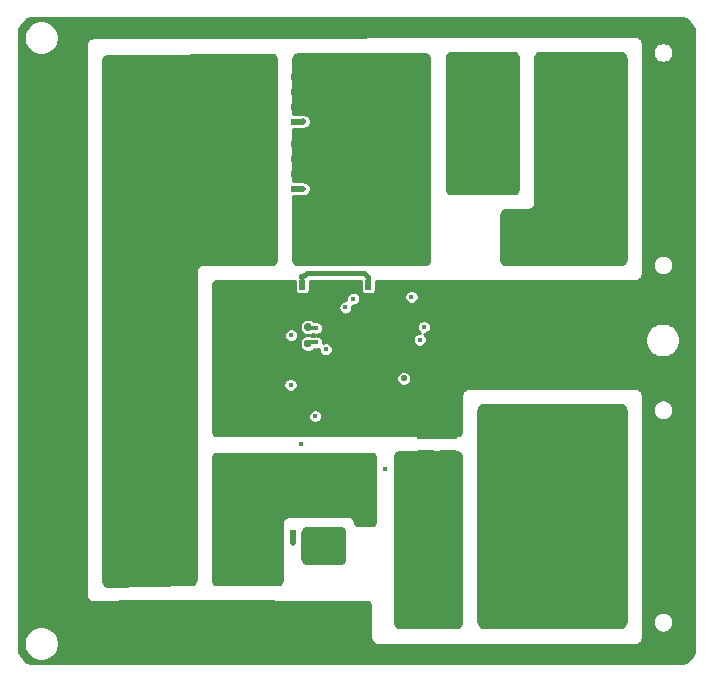
<source format=gbr>
%TF.GenerationSoftware,KiCad,Pcbnew,(5.1.8)-1*%
%TF.CreationDate,2021-10-03T21:30:47+08:00*%
%TF.ProjectId,-18v~18v Dual-Power,2d313876-7e31-4387-9620-4475616c2d50,rev?*%
%TF.SameCoordinates,Original*%
%TF.FileFunction,Copper,L4,Bot*%
%TF.FilePolarity,Positive*%
%FSLAX46Y46*%
G04 Gerber Fmt 4.6, Leading zero omitted, Abs format (unit mm)*
G04 Created by KiCad (PCBNEW (5.1.8)-1) date 2021-10-03 21:30:47*
%MOMM*%
%LPD*%
G01*
G04 APERTURE LIST*
%TA.AperFunction,SMDPad,CuDef*%
%ADD10R,3.360000X4.860000*%
%TD*%
%TA.AperFunction,SMDPad,CuDef*%
%ADD11R,1.390000X1.400000*%
%TD*%
%TA.AperFunction,SMDPad,CuDef*%
%ADD12R,4.410000X4.550000*%
%TD*%
%TA.AperFunction,SMDPad,CuDef*%
%ADD13R,0.500000X0.850000*%
%TD*%
%TA.AperFunction,SMDPad,CuDef*%
%ADD14R,4.550000X4.410000*%
%TD*%
%TA.AperFunction,SMDPad,CuDef*%
%ADD15R,0.850000X0.500000*%
%TD*%
%TA.AperFunction,ComponentPad*%
%ADD16O,3.300000X2.700000*%
%TD*%
%TA.AperFunction,ComponentPad*%
%ADD17C,1.500000*%
%TD*%
%TA.AperFunction,SMDPad,CuDef*%
%ADD18R,2.900000X5.400000*%
%TD*%
%TA.AperFunction,ViaPad*%
%ADD19C,0.500000*%
%TD*%
%TA.AperFunction,ViaPad*%
%ADD20C,0.450000*%
%TD*%
%TA.AperFunction,ViaPad*%
%ADD21C,0.550000*%
%TD*%
%TA.AperFunction,Conductor*%
%ADD22C,0.500000*%
%TD*%
%TA.AperFunction,Conductor*%
%ADD23C,0.300000*%
%TD*%
%TA.AperFunction,Conductor*%
%ADD24C,0.400000*%
%TD*%
%TA.AperFunction,Conductor*%
%ADD25C,0.250000*%
%TD*%
%TA.AperFunction,Conductor*%
%ADD26C,0.100000*%
%TD*%
G04 APERTURE END LIST*
D10*
%TO.P,D3,3*%
%TO.N,GND*%
X148300000Y-93174000D03*
D11*
%TO.P,D3,2*%
%TO.N,Net-(C18-Pad1)*%
X147380000Y-97156000D03*
%TO.P,D3,1*%
X149220000Y-97156000D03*
%TD*%
%TO.P,R17,2*%
%TO.N,Net-(C25-Pad1)*%
%TA.AperFunction,SMDPad,CuDef*%
G36*
G01*
X153980000Y-65574999D02*
X153980000Y-68425001D01*
G75*
G02*
X153730001Y-68675000I-249999J0D01*
G01*
X153004999Y-68675000D01*
G75*
G02*
X152755000Y-68425001I0J249999D01*
G01*
X152755000Y-65574999D01*
G75*
G02*
X153004999Y-65325000I249999J0D01*
G01*
X153730001Y-65325000D01*
G75*
G02*
X153980000Y-65574999I0J-249999D01*
G01*
G37*
%TD.AperFunction*%
%TO.P,R17,1*%
%TO.N,Vout1(12V)*%
%TA.AperFunction,SMDPad,CuDef*%
G36*
G01*
X159905000Y-65574999D02*
X159905000Y-68425001D01*
G75*
G02*
X159655001Y-68675000I-249999J0D01*
G01*
X158929999Y-68675000D01*
G75*
G02*
X158680000Y-68425001I0J249999D01*
G01*
X158680000Y-65574999D01*
G75*
G02*
X158929999Y-65325000I249999J0D01*
G01*
X159655001Y-65325000D01*
G75*
G02*
X159905000Y-65574999I0J-249999D01*
G01*
G37*
%TD.AperFunction*%
%TD*%
D12*
%TO.P,Q5,5*%
%TO.N,Net-(C23-Pad1)*%
X144400000Y-78590000D03*
D13*
%TO.P,Q5,4*%
%TO.N,Net-(Q2-Pad4)*%
X142495000Y-82540000D03*
%TO.P,Q5,3*%
%TO.N,GND*%
X143765000Y-82540000D03*
%TO.P,Q5,2*%
X145035000Y-82540000D03*
%TO.P,Q5,1*%
X146305000Y-82540000D03*
%TD*%
D14*
%TO.P,Q4,5*%
%TO.N,VIN*%
X132450000Y-66800000D03*
D15*
%TO.P,Q4,4*%
%TO.N,Net-(Q3-Pad4)*%
X136400000Y-68705000D03*
%TO.P,Q4,3*%
%TO.N,Net-(C23-Pad1)*%
X136400000Y-67435000D03*
%TO.P,Q4,2*%
X136400000Y-66165000D03*
%TO.P,Q4,1*%
X136400000Y-64895000D03*
%TD*%
%TO.P,Cx1,2*%
%TO.N,VIN*%
%TA.AperFunction,SMDPad,CuDef*%
G36*
G01*
X127700000Y-85449999D02*
X127700000Y-86750001D01*
G75*
G02*
X127450001Y-87000000I-249999J0D01*
G01*
X126799999Y-87000000D01*
G75*
G02*
X126550000Y-86750001I0J249999D01*
G01*
X126550000Y-85449999D01*
G75*
G02*
X126799999Y-85200000I249999J0D01*
G01*
X127450001Y-85200000D01*
G75*
G02*
X127700000Y-85449999I0J-249999D01*
G01*
G37*
%TD.AperFunction*%
%TO.P,Cx1,1*%
%TO.N,GND*%
%TA.AperFunction,SMDPad,CuDef*%
G36*
G01*
X130650000Y-85449999D02*
X130650000Y-86750001D01*
G75*
G02*
X130400001Y-87000000I-249999J0D01*
G01*
X129749999Y-87000000D01*
G75*
G02*
X129500000Y-86750001I0J249999D01*
G01*
X129500000Y-85449999D01*
G75*
G02*
X129749999Y-85200000I249999J0D01*
G01*
X130400001Y-85200000D01*
G75*
G02*
X130650000Y-85449999I0J-249999D01*
G01*
G37*
%TD.AperFunction*%
%TD*%
%TO.P,C24,2*%
%TO.N,GND*%
%TA.AperFunction,SMDPad,CuDef*%
G36*
G01*
X129949999Y-82400000D02*
X131250001Y-82400000D01*
G75*
G02*
X131500000Y-82649999I0J-249999D01*
G01*
X131500000Y-83300001D01*
G75*
G02*
X131250001Y-83550000I-249999J0D01*
G01*
X129949999Y-83550000D01*
G75*
G02*
X129700000Y-83300001I0J249999D01*
G01*
X129700000Y-82649999D01*
G75*
G02*
X129949999Y-82400000I249999J0D01*
G01*
G37*
%TD.AperFunction*%
%TO.P,C24,1*%
%TO.N,VIN*%
%TA.AperFunction,SMDPad,CuDef*%
G36*
G01*
X129949999Y-79450000D02*
X131250001Y-79450000D01*
G75*
G02*
X131500000Y-79699999I0J-249999D01*
G01*
X131500000Y-80350001D01*
G75*
G02*
X131250001Y-80600000I-249999J0D01*
G01*
X129949999Y-80600000D01*
G75*
G02*
X129700000Y-80350001I0J249999D01*
G01*
X129700000Y-79699999D01*
G75*
G02*
X129949999Y-79450000I249999J0D01*
G01*
G37*
%TD.AperFunction*%
%TD*%
%TO.P,C22,2*%
%TO.N,GND*%
%TA.AperFunction,SMDPad,CuDef*%
G36*
G01*
X132549999Y-82400000D02*
X133850001Y-82400000D01*
G75*
G02*
X134100000Y-82649999I0J-249999D01*
G01*
X134100000Y-83300001D01*
G75*
G02*
X133850001Y-83550000I-249999J0D01*
G01*
X132549999Y-83550000D01*
G75*
G02*
X132300000Y-83300001I0J249999D01*
G01*
X132300000Y-82649999D01*
G75*
G02*
X132549999Y-82400000I249999J0D01*
G01*
G37*
%TD.AperFunction*%
%TO.P,C22,1*%
%TO.N,VIN*%
%TA.AperFunction,SMDPad,CuDef*%
G36*
G01*
X132549999Y-79450000D02*
X133850001Y-79450000D01*
G75*
G02*
X134100000Y-79699999I0J-249999D01*
G01*
X134100000Y-80350001D01*
G75*
G02*
X133850001Y-80600000I-249999J0D01*
G01*
X132549999Y-80600000D01*
G75*
G02*
X132300000Y-80350001I0J249999D01*
G01*
X132300000Y-79699999D01*
G75*
G02*
X132549999Y-79450000I249999J0D01*
G01*
G37*
%TD.AperFunction*%
%TD*%
%TO.P,C20,2*%
%TO.N,Net-(C18-Pad2)*%
%TA.AperFunction,SMDPad,CuDef*%
G36*
G01*
X142965000Y-99149999D02*
X142965000Y-100450001D01*
G75*
G02*
X142715001Y-100700000I-249999J0D01*
G01*
X142064999Y-100700000D01*
G75*
G02*
X141815000Y-100450001I0J249999D01*
G01*
X141815000Y-99149999D01*
G75*
G02*
X142064999Y-98900000I249999J0D01*
G01*
X142715001Y-98900000D01*
G75*
G02*
X142965000Y-99149999I0J-249999D01*
G01*
G37*
%TD.AperFunction*%
%TO.P,C20,1*%
%TO.N,Net-(C18-Pad1)*%
%TA.AperFunction,SMDPad,CuDef*%
G36*
G01*
X145915000Y-99149999D02*
X145915000Y-100450001D01*
G75*
G02*
X145665001Y-100700000I-249999J0D01*
G01*
X145014999Y-100700000D01*
G75*
G02*
X144765000Y-100450001I0J249999D01*
G01*
X144765000Y-99149999D01*
G75*
G02*
X145014999Y-98900000I249999J0D01*
G01*
X145665001Y-98900000D01*
G75*
G02*
X145915000Y-99149999I0J-249999D01*
G01*
G37*
%TD.AperFunction*%
%TD*%
%TO.P,C19,2*%
%TO.N,Net-(C18-Pad2)*%
%TA.AperFunction,SMDPad,CuDef*%
G36*
G01*
X143000000Y-101149999D02*
X143000000Y-102450001D01*
G75*
G02*
X142750001Y-102700000I-249999J0D01*
G01*
X142099999Y-102700000D01*
G75*
G02*
X141850000Y-102450001I0J249999D01*
G01*
X141850000Y-101149999D01*
G75*
G02*
X142099999Y-100900000I249999J0D01*
G01*
X142750001Y-100900000D01*
G75*
G02*
X143000000Y-101149999I0J-249999D01*
G01*
G37*
%TD.AperFunction*%
%TO.P,C19,1*%
%TO.N,Net-(C18-Pad1)*%
%TA.AperFunction,SMDPad,CuDef*%
G36*
G01*
X145950000Y-101149999D02*
X145950000Y-102450001D01*
G75*
G02*
X145700001Y-102700000I-249999J0D01*
G01*
X145049999Y-102700000D01*
G75*
G02*
X144800000Y-102450001I0J249999D01*
G01*
X144800000Y-101149999D01*
G75*
G02*
X145049999Y-100900000I249999J0D01*
G01*
X145700001Y-100900000D01*
G75*
G02*
X145950000Y-101149999I0J-249999D01*
G01*
G37*
%TD.AperFunction*%
%TD*%
%TO.P,C18,2*%
%TO.N,Net-(C18-Pad2)*%
%TA.AperFunction,SMDPad,CuDef*%
G36*
G01*
X142940000Y-97169999D02*
X142940000Y-98470001D01*
G75*
G02*
X142690001Y-98720000I-249999J0D01*
G01*
X142039999Y-98720000D01*
G75*
G02*
X141790000Y-98470001I0J249999D01*
G01*
X141790000Y-97169999D01*
G75*
G02*
X142039999Y-96920000I249999J0D01*
G01*
X142690001Y-96920000D01*
G75*
G02*
X142940000Y-97169999I0J-249999D01*
G01*
G37*
%TD.AperFunction*%
%TO.P,C18,1*%
%TO.N,Net-(C18-Pad1)*%
%TA.AperFunction,SMDPad,CuDef*%
G36*
G01*
X145890000Y-97169999D02*
X145890000Y-98470001D01*
G75*
G02*
X145640001Y-98720000I-249999J0D01*
G01*
X144989999Y-98720000D01*
G75*
G02*
X144740000Y-98470001I0J249999D01*
G01*
X144740000Y-97169999D01*
G75*
G02*
X144989999Y-96920000I249999J0D01*
G01*
X145640001Y-96920000D01*
G75*
G02*
X145890000Y-97169999I0J-249999D01*
G01*
G37*
%TD.AperFunction*%
%TD*%
%TO.P,C4,2*%
%TO.N,GND*%
%TA.AperFunction,SMDPad,CuDef*%
G36*
G01*
X129500000Y-89205557D02*
X129500000Y-87905555D01*
G75*
G02*
X129749999Y-87655556I249999J0D01*
G01*
X130400001Y-87655556D01*
G75*
G02*
X130650000Y-87905555I0J-249999D01*
G01*
X130650000Y-89205557D01*
G75*
G02*
X130400001Y-89455556I-249999J0D01*
G01*
X129749999Y-89455556D01*
G75*
G02*
X129500000Y-89205557I0J249999D01*
G01*
G37*
%TD.AperFunction*%
%TO.P,C4,1*%
%TO.N,VIN*%
%TA.AperFunction,SMDPad,CuDef*%
G36*
G01*
X126550000Y-89205557D02*
X126550000Y-87905555D01*
G75*
G02*
X126799999Y-87655556I249999J0D01*
G01*
X127450001Y-87655556D01*
G75*
G02*
X127700000Y-87905555I0J-249999D01*
G01*
X127700000Y-89205557D01*
G75*
G02*
X127450001Y-89455556I-249999J0D01*
G01*
X126799999Y-89455556D01*
G75*
G02*
X126550000Y-89205557I0J249999D01*
G01*
G37*
%TD.AperFunction*%
%TD*%
%TO.P,C3,2*%
%TO.N,GND*%
%TA.AperFunction,SMDPad,CuDef*%
G36*
G01*
X129500000Y-91727779D02*
X129500000Y-90427777D01*
G75*
G02*
X129749999Y-90177778I249999J0D01*
G01*
X130400001Y-90177778D01*
G75*
G02*
X130650000Y-90427777I0J-249999D01*
G01*
X130650000Y-91727779D01*
G75*
G02*
X130400001Y-91977778I-249999J0D01*
G01*
X129749999Y-91977778D01*
G75*
G02*
X129500000Y-91727779I0J249999D01*
G01*
G37*
%TD.AperFunction*%
%TO.P,C3,1*%
%TO.N,VIN*%
%TA.AperFunction,SMDPad,CuDef*%
G36*
G01*
X126550000Y-91727779D02*
X126550000Y-90427777D01*
G75*
G02*
X126799999Y-90177778I249999J0D01*
G01*
X127450001Y-90177778D01*
G75*
G02*
X127700000Y-90427777I0J-249999D01*
G01*
X127700000Y-91727779D01*
G75*
G02*
X127450001Y-91977778I-249999J0D01*
G01*
X126799999Y-91977778D01*
G75*
G02*
X126550000Y-91727779I0J249999D01*
G01*
G37*
%TD.AperFunction*%
%TD*%
%TO.P,C2,2*%
%TO.N,GND*%
%TA.AperFunction,SMDPad,CuDef*%
G36*
G01*
X129500000Y-94250001D02*
X129500000Y-92949999D01*
G75*
G02*
X129749999Y-92700000I249999J0D01*
G01*
X130400001Y-92700000D01*
G75*
G02*
X130650000Y-92949999I0J-249999D01*
G01*
X130650000Y-94250001D01*
G75*
G02*
X130400001Y-94500000I-249999J0D01*
G01*
X129749999Y-94500000D01*
G75*
G02*
X129500000Y-94250001I0J249999D01*
G01*
G37*
%TD.AperFunction*%
%TO.P,C2,1*%
%TO.N,VIN*%
%TA.AperFunction,SMDPad,CuDef*%
G36*
G01*
X126550000Y-94250001D02*
X126550000Y-92949999D01*
G75*
G02*
X126799999Y-92700000I249999J0D01*
G01*
X127450001Y-92700000D01*
G75*
G02*
X127700000Y-92949999I0J-249999D01*
G01*
X127700000Y-94250001D01*
G75*
G02*
X127450001Y-94500000I-249999J0D01*
G01*
X126799999Y-94500000D01*
G75*
G02*
X126550000Y-94250001I0J249999D01*
G01*
G37*
%TD.AperFunction*%
%TD*%
D16*
%TO.P,J3,4*%
%TO.N,GND*%
X116600000Y-66700000D03*
%TO.P,J3,3*%
X116600000Y-70900000D03*
%TO.P,J3,2*%
%TO.N,VIN*%
X122100000Y-66700000D03*
%TO.P,J3,1*%
%TA.AperFunction,ComponentPad*%
G36*
G01*
X123499999Y-72250000D02*
X120700001Y-72250000D01*
G75*
G02*
X120450000Y-71999999I0J250001D01*
G01*
X120450000Y-69800001D01*
G75*
G02*
X120700001Y-69550000I250001J0D01*
G01*
X123499999Y-69550000D01*
G75*
G02*
X123750000Y-69800001I0J-250001D01*
G01*
X123750000Y-71999999D01*
G75*
G02*
X123499999Y-72250000I-250001J0D01*
G01*
G37*
%TD.AperFunction*%
%TD*%
D17*
%TO.P,J2,10*%
%TO.N,GND*%
X166500000Y-108110000D03*
%TO.P,J2,9*%
X166500000Y-105110000D03*
%TO.P,J2,8*%
X166500000Y-102110000D03*
%TO.P,J2,7*%
X166500000Y-99110000D03*
%TO.P,J2,6*%
X166500000Y-96110000D03*
%TO.P,J2,5*%
%TO.N,Vout2(-12V)*%
X163500000Y-108110000D03*
%TO.P,J2,4*%
X163500000Y-105110000D03*
%TO.P,J2,3*%
X163500000Y-102110000D03*
%TO.P,J2,2*%
X163500000Y-99110000D03*
%TO.P,J2,1*%
%TA.AperFunction,ComponentPad*%
G36*
G01*
X163000000Y-95360000D02*
X164000000Y-95360000D01*
G75*
G02*
X164250000Y-95610000I0J-250000D01*
G01*
X164250000Y-96610000D01*
G75*
G02*
X164000000Y-96860000I-250000J0D01*
G01*
X163000000Y-96860000D01*
G75*
G02*
X162750000Y-96610000I0J250000D01*
G01*
X162750000Y-95610000D01*
G75*
G02*
X163000000Y-95360000I250000J0D01*
G01*
G37*
%TD.AperFunction*%
%TD*%
%TO.P,J1,10*%
%TO.N,GND*%
X166500000Y-77860000D03*
%TO.P,J1,9*%
X166500000Y-74860000D03*
%TO.P,J1,8*%
X166500000Y-71860000D03*
%TO.P,J1,7*%
X166500000Y-68860000D03*
%TO.P,J1,6*%
X166500000Y-65860000D03*
%TO.P,J1,5*%
%TO.N,Vout1(12V)*%
X163500000Y-77860000D03*
%TO.P,J1,4*%
X163500000Y-74860000D03*
%TO.P,J1,3*%
X163500000Y-71860000D03*
%TO.P,J1,2*%
X163500000Y-68860000D03*
%TO.P,J1,1*%
%TA.AperFunction,ComponentPad*%
G36*
G01*
X163000000Y-65110000D02*
X164000000Y-65110000D01*
G75*
G02*
X164250000Y-65360000I0J-250000D01*
G01*
X164250000Y-66360000D01*
G75*
G02*
X164000000Y-66610000I-250000J0D01*
G01*
X163000000Y-66610000D01*
G75*
G02*
X162750000Y-66360000I0J250000D01*
G01*
X162750000Y-65360000D01*
G75*
G02*
X163000000Y-65110000I250000J0D01*
G01*
G37*
%TD.AperFunction*%
%TD*%
%TO.P,C32,2*%
%TO.N,GND*%
%TA.AperFunction,SMDPad,CuDef*%
G36*
G01*
X117500000Y-80500000D02*
X117500000Y-82500000D01*
G75*
G02*
X117250000Y-82750000I-250000J0D01*
G01*
X113750000Y-82750000D01*
G75*
G02*
X113500000Y-82500000I0J250000D01*
G01*
X113500000Y-80500000D01*
G75*
G02*
X113750000Y-80250000I250000J0D01*
G01*
X117250000Y-80250000D01*
G75*
G02*
X117500000Y-80500000I0J-250000D01*
G01*
G37*
%TD.AperFunction*%
%TO.P,C32,1*%
%TO.N,VIN*%
%TA.AperFunction,SMDPad,CuDef*%
G36*
G01*
X125500000Y-80500000D02*
X125500000Y-82500000D01*
G75*
G02*
X125250000Y-82750000I-250000J0D01*
G01*
X121750000Y-82750000D01*
G75*
G02*
X121500000Y-82500000I0J250000D01*
G01*
X121500000Y-80500000D01*
G75*
G02*
X121750000Y-80250000I250000J0D01*
G01*
X125250000Y-80250000D01*
G75*
G02*
X125500000Y-80500000I0J-250000D01*
G01*
G37*
%TD.AperFunction*%
%TD*%
D18*
%TO.P,L1,2*%
%TO.N,Net-(C18-Pad1)*%
X147950000Y-105000000D03*
%TO.P,L1,1*%
%TO.N,Vout2(-12V)*%
X158850000Y-105000000D03*
%TD*%
%TO.P,R14,2*%
%TO.N,Net-(C25-Pad1)*%
%TA.AperFunction,SMDPad,CuDef*%
G36*
G01*
X153980000Y-69374999D02*
X153980000Y-72225001D01*
G75*
G02*
X153730001Y-72475000I-249999J0D01*
G01*
X153004999Y-72475000D01*
G75*
G02*
X152755000Y-72225001I0J249999D01*
G01*
X152755000Y-69374999D01*
G75*
G02*
X153004999Y-69125000I249999J0D01*
G01*
X153730001Y-69125000D01*
G75*
G02*
X153980000Y-69374999I0J-249999D01*
G01*
G37*
%TD.AperFunction*%
%TO.P,R14,1*%
%TO.N,Vout1(12V)*%
%TA.AperFunction,SMDPad,CuDef*%
G36*
G01*
X159905000Y-69374999D02*
X159905000Y-72225001D01*
G75*
G02*
X159655001Y-72475000I-249999J0D01*
G01*
X158929999Y-72475000D01*
G75*
G02*
X158680000Y-72225001I0J249999D01*
G01*
X158680000Y-69374999D01*
G75*
G02*
X158929999Y-69125000I249999J0D01*
G01*
X159655001Y-69125000D01*
G75*
G02*
X159905000Y-69374999I0J-249999D01*
G01*
G37*
%TD.AperFunction*%
%TD*%
%TO.P,R12,2*%
%TO.N,GND*%
%TA.AperFunction,SMDPad,CuDef*%
G36*
G01*
X137274999Y-110550000D02*
X140125001Y-110550000D01*
G75*
G02*
X140375000Y-110799999I0J-249999D01*
G01*
X140375000Y-111525001D01*
G75*
G02*
X140125001Y-111775000I-249999J0D01*
G01*
X137274999Y-111775000D01*
G75*
G02*
X137025000Y-111525001I0J249999D01*
G01*
X137025000Y-110799999D01*
G75*
G02*
X137274999Y-110550000I249999J0D01*
G01*
G37*
%TD.AperFunction*%
%TO.P,R12,1*%
%TO.N,Net-(Q1-Pad1)*%
%TA.AperFunction,SMDPad,CuDef*%
G36*
G01*
X137274999Y-104625000D02*
X140125001Y-104625000D01*
G75*
G02*
X140375000Y-104874999I0J-249999D01*
G01*
X140375000Y-105600001D01*
G75*
G02*
X140125001Y-105850000I-249999J0D01*
G01*
X137274999Y-105850000D01*
G75*
G02*
X137025000Y-105600001I0J249999D01*
G01*
X137025000Y-104874999D01*
G75*
G02*
X137274999Y-104625000I249999J0D01*
G01*
G37*
%TD.AperFunction*%
%TD*%
D12*
%TO.P,Q1,5*%
%TO.N,Net-(C18-Pad2)*%
X138000000Y-99750000D03*
D13*
%TO.P,Q1,4*%
%TO.N,Net-(Q1-Pad4)*%
X136095000Y-103700000D03*
%TO.P,Q1,3*%
%TO.N,Net-(Q1-Pad1)*%
X137365000Y-103700000D03*
%TO.P,Q1,2*%
X138635000Y-103700000D03*
%TO.P,Q1,1*%
X139905000Y-103700000D03*
%TD*%
D18*
%TO.P,L3,2*%
%TO.N,Net-(C25-Pad1)*%
X150650000Y-69200000D03*
%TO.P,L3,1*%
%TO.N,Net-(C23-Pad1)*%
X139750000Y-69200000D03*
%TD*%
%TO.P,L2,2*%
%TO.N,Net-(C18-Pad2)*%
X133450000Y-104900000D03*
%TO.P,L2,1*%
%TO.N,VIN*%
X122550000Y-104900000D03*
%TD*%
%TO.P,C29,2*%
%TO.N,GND*%
%TA.AperFunction,SMDPad,CuDef*%
G36*
G01*
X154100000Y-82900000D02*
X156100000Y-82900000D01*
G75*
G02*
X156350000Y-83150000I0J-250000D01*
G01*
X156350000Y-86150000D01*
G75*
G02*
X156100000Y-86400000I-250000J0D01*
G01*
X154100000Y-86400000D01*
G75*
G02*
X153850000Y-86150000I0J250000D01*
G01*
X153850000Y-83150000D01*
G75*
G02*
X154100000Y-82900000I250000J0D01*
G01*
G37*
%TD.AperFunction*%
%TO.P,C29,1*%
%TO.N,Vout1(12V)*%
%TA.AperFunction,SMDPad,CuDef*%
G36*
G01*
X154100000Y-76400000D02*
X156100000Y-76400000D01*
G75*
G02*
X156350000Y-76650000I0J-250000D01*
G01*
X156350000Y-79650000D01*
G75*
G02*
X156100000Y-79900000I-250000J0D01*
G01*
X154100000Y-79900000D01*
G75*
G02*
X153850000Y-79650000I0J250000D01*
G01*
X153850000Y-76650000D01*
G75*
G02*
X154100000Y-76400000I250000J0D01*
G01*
G37*
%TD.AperFunction*%
%TD*%
D14*
%TO.P,Q3,5*%
%TO.N,VIN*%
X132450000Y-72500000D03*
D15*
%TO.P,Q3,4*%
%TO.N,Net-(Q3-Pad4)*%
X136400000Y-74405000D03*
%TO.P,Q3,3*%
%TO.N,Net-(C23-Pad1)*%
X136400000Y-73135000D03*
%TO.P,Q3,2*%
X136400000Y-71865000D03*
%TO.P,Q3,1*%
X136400000Y-70595000D03*
%TD*%
D12*
%TO.P,Q2,5*%
%TO.N,Net-(C23-Pad1)*%
X138800000Y-78590000D03*
D13*
%TO.P,Q2,4*%
%TO.N,Net-(Q2-Pad4)*%
X136895000Y-82540000D03*
%TO.P,Q2,3*%
%TO.N,GND*%
X138165000Y-82540000D03*
%TO.P,Q2,2*%
X139435000Y-82540000D03*
%TO.P,Q2,1*%
X140705000Y-82540000D03*
%TD*%
%TO.P,D2,2*%
%TO.N,Net-(D2-Pad2)*%
%TA.AperFunction,SMDPad,CuDef*%
G36*
G01*
X137090000Y-87672500D02*
X137090000Y-87327500D01*
G75*
G02*
X137237500Y-87180000I147500J0D01*
G01*
X137532500Y-87180000D01*
G75*
G02*
X137680000Y-87327500I0J-147500D01*
G01*
X137680000Y-87672500D01*
G75*
G02*
X137532500Y-87820000I-147500J0D01*
G01*
X137237500Y-87820000D01*
G75*
G02*
X137090000Y-87672500I0J147500D01*
G01*
G37*
%TD.AperFunction*%
%TO.P,D2,1*%
%TO.N,GND*%
%TA.AperFunction,SMDPad,CuDef*%
G36*
G01*
X136120000Y-87672500D02*
X136120000Y-87327500D01*
G75*
G02*
X136267500Y-87180000I147500J0D01*
G01*
X136562500Y-87180000D01*
G75*
G02*
X136710000Y-87327500I0J-147500D01*
G01*
X136710000Y-87672500D01*
G75*
G02*
X136562500Y-87820000I-147500J0D01*
G01*
X136267500Y-87820000D01*
G75*
G02*
X136120000Y-87672500I0J147500D01*
G01*
G37*
%TD.AperFunction*%
%TD*%
%TO.P,D1,2*%
%TO.N,Net-(D1-Pad2)*%
%TA.AperFunction,SMDPad,CuDef*%
G36*
G01*
X137090000Y-86272500D02*
X137090000Y-85927500D01*
G75*
G02*
X137237500Y-85780000I147500J0D01*
G01*
X137532500Y-85780000D01*
G75*
G02*
X137680000Y-85927500I0J-147500D01*
G01*
X137680000Y-86272500D01*
G75*
G02*
X137532500Y-86420000I-147500J0D01*
G01*
X137237500Y-86420000D01*
G75*
G02*
X137090000Y-86272500I0J147500D01*
G01*
G37*
%TD.AperFunction*%
%TO.P,D1,1*%
%TO.N,GND*%
%TA.AperFunction,SMDPad,CuDef*%
G36*
G01*
X136120000Y-86272500D02*
X136120000Y-85927500D01*
G75*
G02*
X136267500Y-85780000I147500J0D01*
G01*
X136562500Y-85780000D01*
G75*
G02*
X136710000Y-85927500I0J-147500D01*
G01*
X136710000Y-86272500D01*
G75*
G02*
X136562500Y-86420000I-147500J0D01*
G01*
X136267500Y-86420000D01*
G75*
G02*
X136120000Y-86272500I0J147500D01*
G01*
G37*
%TD.AperFunction*%
%TD*%
%TO.P,C16,2*%
%TO.N,Vout2(-12V)*%
%TA.AperFunction,SMDPad,CuDef*%
G36*
G01*
X154100000Y-93800000D02*
X156100000Y-93800000D01*
G75*
G02*
X156350000Y-94050000I0J-250000D01*
G01*
X156350000Y-97050000D01*
G75*
G02*
X156100000Y-97300000I-250000J0D01*
G01*
X154100000Y-97300000D01*
G75*
G02*
X153850000Y-97050000I0J250000D01*
G01*
X153850000Y-94050000D01*
G75*
G02*
X154100000Y-93800000I250000J0D01*
G01*
G37*
%TD.AperFunction*%
%TO.P,C16,1*%
%TO.N,GND*%
%TA.AperFunction,SMDPad,CuDef*%
G36*
G01*
X154100000Y-87300000D02*
X156100000Y-87300000D01*
G75*
G02*
X156350000Y-87550000I0J-250000D01*
G01*
X156350000Y-90550000D01*
G75*
G02*
X156100000Y-90800000I-250000J0D01*
G01*
X154100000Y-90800000D01*
G75*
G02*
X153850000Y-90550000I0J250000D01*
G01*
X153850000Y-87550000D01*
G75*
G02*
X154100000Y-87300000I250000J0D01*
G01*
G37*
%TD.AperFunction*%
%TD*%
%TO.P,C1,2*%
%TO.N,GND*%
%TA.AperFunction,SMDPad,CuDef*%
G36*
G01*
X117500000Y-91200000D02*
X117500000Y-93200000D01*
G75*
G02*
X117250000Y-93450000I-250000J0D01*
G01*
X113750000Y-93450000D01*
G75*
G02*
X113500000Y-93200000I0J250000D01*
G01*
X113500000Y-91200000D01*
G75*
G02*
X113750000Y-90950000I250000J0D01*
G01*
X117250000Y-90950000D01*
G75*
G02*
X117500000Y-91200000I0J-250000D01*
G01*
G37*
%TD.AperFunction*%
%TO.P,C1,1*%
%TO.N,VIN*%
%TA.AperFunction,SMDPad,CuDef*%
G36*
G01*
X125500000Y-91200000D02*
X125500000Y-93200000D01*
G75*
G02*
X125250000Y-93450000I-250000J0D01*
G01*
X121750000Y-93450000D01*
G75*
G02*
X121500000Y-93200000I0J250000D01*
G01*
X121500000Y-91200000D01*
G75*
G02*
X121750000Y-90950000I250000J0D01*
G01*
X125250000Y-90950000D01*
G75*
G02*
X125500000Y-91200000I0J-250000D01*
G01*
G37*
%TD.AperFunction*%
%TD*%
D19*
%TO.N,GND*%
X141600000Y-86160000D03*
X142400000Y-86160000D03*
X143200000Y-86160000D03*
X144000000Y-86160000D03*
X141600000Y-86960000D03*
X142400000Y-86960000D03*
X143200000Y-86960000D03*
X144000000Y-86960000D03*
X141600000Y-87760000D03*
X142400000Y-87760000D03*
X143200000Y-87760000D03*
X144000000Y-87760000D03*
X141600000Y-88560000D03*
X142400000Y-88560000D03*
X143200000Y-88560000D03*
X144000000Y-88560000D03*
D20*
X138030000Y-88600000D03*
D19*
X140600000Y-89930000D03*
D20*
X117400000Y-60700000D03*
X118400000Y-60700000D03*
X119400000Y-60700000D03*
X120400000Y-60700000D03*
X121400000Y-60700000D03*
X122400000Y-60700000D03*
X123400000Y-60700000D03*
X124400000Y-60700000D03*
X125400000Y-60700000D03*
X126400000Y-60700000D03*
X127400000Y-60700000D03*
X128400000Y-60700000D03*
X129400000Y-60700000D03*
X130400000Y-60700000D03*
X131400000Y-60700000D03*
X132400000Y-60700000D03*
X133400000Y-60700000D03*
X134400000Y-60700000D03*
X135400000Y-60700000D03*
X136400000Y-60700000D03*
X137400000Y-60700000D03*
X138400000Y-60700000D03*
X139400000Y-60700000D03*
X140400000Y-60700000D03*
X141400000Y-60700000D03*
X142400000Y-60700000D03*
X143400000Y-60700000D03*
X144400000Y-60700000D03*
X145400000Y-60700000D03*
X146400000Y-60700000D03*
X147400000Y-60700000D03*
X148400000Y-60700000D03*
X149400000Y-60700000D03*
X150400000Y-60700000D03*
X151400000Y-60700000D03*
X152400000Y-60700000D03*
X153400000Y-60700000D03*
X154400000Y-60700000D03*
X155400000Y-60700000D03*
X156400000Y-60700000D03*
X157400000Y-60700000D03*
X158400000Y-60700000D03*
X159400000Y-60700000D03*
X160400000Y-60700000D03*
X161400000Y-60700000D03*
X162400000Y-60700000D03*
X163400000Y-60700000D03*
X164400000Y-60700000D03*
X142400000Y-113800000D03*
X128400000Y-113800000D03*
X144400000Y-113800000D03*
X136400000Y-113800000D03*
X134400000Y-113800000D03*
X152400000Y-113800000D03*
X119400000Y-113800000D03*
X129400000Y-113800000D03*
X124400000Y-113800000D03*
X123400000Y-113800000D03*
X118400000Y-113800000D03*
X125400000Y-113800000D03*
X117400000Y-113800000D03*
X137400000Y-113800000D03*
X138400000Y-113800000D03*
X121400000Y-113800000D03*
X141400000Y-113800000D03*
X143400000Y-113800000D03*
X146400000Y-113800000D03*
X149400000Y-113800000D03*
X120400000Y-113800000D03*
X150400000Y-113800000D03*
X151400000Y-113800000D03*
X154400000Y-113800000D03*
X155400000Y-113800000D03*
X147400000Y-113800000D03*
X158400000Y-113800000D03*
X139400000Y-113800000D03*
X159400000Y-113800000D03*
X132400000Y-113800000D03*
X160400000Y-113800000D03*
X161400000Y-113800000D03*
X145400000Y-113800000D03*
X133400000Y-113800000D03*
X130400000Y-113800000D03*
X148400000Y-113800000D03*
X153400000Y-113800000D03*
X122400000Y-113800000D03*
X126400000Y-113800000D03*
X156400000Y-113800000D03*
X157400000Y-113800000D03*
X127400000Y-113800000D03*
X135400000Y-113800000D03*
X131400000Y-113800000D03*
X140400000Y-113800000D03*
X163400000Y-113800000D03*
X164400000Y-113800000D03*
X162400000Y-113800000D03*
X169400000Y-83900000D03*
X169400000Y-72900000D03*
X169400000Y-101900000D03*
X169400000Y-96900000D03*
X169400000Y-86900000D03*
X169400000Y-100900000D03*
X169400000Y-69900000D03*
X169400000Y-91900000D03*
X169400000Y-105900000D03*
X169400000Y-73900000D03*
X169400001Y-107900000D03*
X169400000Y-95900000D03*
X169400001Y-84900000D03*
X169400001Y-103900000D03*
X169400000Y-104900000D03*
X169400000Y-74900000D03*
X169400000Y-108900000D03*
X169400000Y-81900000D03*
X169400000Y-68900000D03*
X169400000Y-88900000D03*
X169400001Y-75900000D03*
X169400000Y-97900000D03*
X169400000Y-76900000D03*
X169400000Y-90900000D03*
X169400000Y-99900000D03*
X169400000Y-67900000D03*
X169400001Y-98900000D03*
X169400000Y-63900000D03*
X169400000Y-106900000D03*
X169400001Y-66900000D03*
X169400001Y-70900000D03*
X169400001Y-93900000D03*
X169400001Y-102900000D03*
X169400001Y-94900000D03*
X169400000Y-65900000D03*
X169400001Y-71900000D03*
X169400000Y-79900000D03*
X169400000Y-85900000D03*
X169400000Y-92900000D03*
X169400001Y-80900000D03*
X169400000Y-64900000D03*
X169400000Y-77900000D03*
X169400001Y-89900000D03*
X169400001Y-112900000D03*
X169400000Y-87900000D03*
X169400000Y-111900000D03*
X169400000Y-78900000D03*
X169400000Y-110900000D03*
X169400001Y-62900000D03*
X169400000Y-109900000D03*
X169400000Y-82900000D03*
X133200000Y-94900000D03*
X132466665Y-94900000D03*
X169400000Y-61800000D03*
X167400000Y-60700000D03*
X169400000Y-60700000D03*
X168400000Y-60700000D03*
X165400000Y-60700000D03*
X166400000Y-60700000D03*
X165400000Y-113800000D03*
X166400000Y-113800000D03*
X169400000Y-113800000D03*
X167400000Y-113800000D03*
X168400000Y-113800000D03*
%TO.N,VIN*%
X146849982Y-87199990D03*
X123400000Y-84200000D03*
X123400000Y-85200000D03*
X123400000Y-86200000D03*
X123400000Y-87200000D03*
X123400000Y-88200000D03*
X123400000Y-89200000D03*
X134500002Y-80600000D03*
X135910016Y-91010014D03*
X121800000Y-86200000D03*
X121800000Y-87200000D03*
X122600000Y-88700000D03*
X121800000Y-89200000D03*
X121800000Y-84200000D03*
X121800000Y-85200000D03*
X122600000Y-89700000D03*
X122600000Y-84700000D03*
X122600000Y-86700000D03*
X122600000Y-87700000D03*
X122600000Y-85700000D03*
X121800000Y-88200000D03*
X123100000Y-73199999D03*
X121100000Y-73200000D03*
X122100000Y-73200000D03*
X121100000Y-64500000D03*
X123100000Y-64499999D03*
X122100000Y-64500000D03*
%TO.N,INTVcc*%
X138890000Y-87990000D03*
X135960000Y-86800000D03*
X136790000Y-95990000D03*
%TO.N,Vout2(-12V)*%
X143890000Y-98140000D03*
X160900000Y-105300000D03*
X160900000Y-106700000D03*
X160900000Y-101800000D03*
X160900000Y-108100000D03*
X160900000Y-103200000D03*
X160900000Y-107400000D03*
X160900000Y-106000000D03*
X160900000Y-104600000D03*
X160900000Y-103900000D03*
X160900000Y-102500000D03*
X160400000Y-96900000D03*
X157400000Y-96900000D03*
X161400000Y-96900000D03*
X158400000Y-96900000D03*
X159400000Y-96900000D03*
X158400000Y-94900000D03*
X159400000Y-95900000D03*
X158400000Y-95900000D03*
X161400000Y-94900000D03*
X159400000Y-94900000D03*
X157400000Y-95900000D03*
X157400000Y-94900000D03*
X160400000Y-95900000D03*
X161400000Y-95900000D03*
X160400000Y-94900000D03*
%TO.N,Net-(C23-Pad1)*%
X147600000Y-80200000D03*
%TO.N,Vout1(12V)*%
X140550000Y-84450000D03*
X155100000Y-76400000D03*
X160500000Y-65800000D03*
X160500000Y-68600000D03*
X160500000Y-67900000D03*
X160500000Y-67200000D03*
X160500000Y-66500000D03*
X160500000Y-69300000D03*
X160500000Y-70000000D03*
X160500000Y-71400000D03*
X160500000Y-70700000D03*
X160500000Y-72100000D03*
X157300000Y-76600000D03*
X158300000Y-76600000D03*
X159300000Y-76600000D03*
X160300000Y-76600000D03*
X161300000Y-76600000D03*
X157300000Y-77600000D03*
X158300000Y-77600000D03*
X159300000Y-77600000D03*
X160300000Y-77600000D03*
X161300000Y-77600000D03*
X157300000Y-78600000D03*
X158300000Y-78600000D03*
X159300000Y-78600000D03*
X160300000Y-78600000D03*
X161300000Y-78600000D03*
%TO.N,Net-(C25-Pad1)*%
X141220000Y-83700000D03*
X153850000Y-74630000D03*
%TO.N,Net-(D1-Pad2)*%
X138070000Y-86200000D03*
%TO.N,Net-(D2-Pad2)*%
X138070000Y-87410000D03*
%TO.N,Net-(Q1-Pad4)*%
X136100000Y-104400000D03*
D21*
X145490000Y-90460000D03*
D20*
%TO.N,Net-(Q1-Pad1)*%
X138100000Y-103200004D03*
X137990011Y-93649989D03*
D21*
%TO.N,Net-(Q2-Pad4)*%
X136900000Y-81900000D03*
D20*
X147200000Y-86100000D03*
%TO.N,Net-(Q3-Pad4)*%
X137000000Y-68700000D03*
X137000000Y-74400000D03*
X146150001Y-83550005D03*
%TD*%
D22*
%TO.N,Net-(C25-Pad1)*%
X150650000Y-66770000D02*
X150610000Y-66730000D01*
D23*
%TO.N,Net-(D1-Pad2)*%
X137585000Y-86200000D02*
X137385000Y-86000000D01*
X138070000Y-86200000D02*
X137585000Y-86200000D01*
%TO.N,Net-(D2-Pad2)*%
X137475000Y-87410000D02*
X137385000Y-87500000D01*
X138070000Y-87410000D02*
X137475000Y-87410000D01*
D22*
%TO.N,Net-(Q1-Pad4)*%
X136095000Y-103700000D02*
X136095000Y-104395000D01*
%TO.N,Net-(Q2-Pad4)*%
X136885000Y-82530000D02*
X136895000Y-82540000D01*
D24*
X142495000Y-81895000D02*
X142495000Y-82540000D01*
X142100000Y-81500000D02*
X142495000Y-81895000D01*
X137300000Y-81500000D02*
X142100000Y-81500000D01*
X136895000Y-81905000D02*
X137300000Y-81500000D01*
D23*
X136895000Y-82540000D02*
X136895000Y-81905000D01*
D22*
%TO.N,Net-(Q3-Pad4)*%
X136995000Y-68705000D02*
X137000000Y-68700000D01*
X136400000Y-68705000D02*
X136995000Y-68705000D01*
X136405000Y-74400000D02*
X136400000Y-74405000D01*
X137000000Y-74400000D02*
X136405000Y-74400000D01*
%TD*%
D25*
%TO.N,GND*%
X169361061Y-60052463D02*
X169678379Y-60311261D01*
X169939389Y-60626769D01*
X170075000Y-60877575D01*
X170075000Y-113621337D01*
X169947537Y-113861060D01*
X169688739Y-114178379D01*
X169373231Y-114439390D01*
X169122425Y-114575000D01*
X126908196Y-114575000D01*
X126803220Y-114561180D01*
X126713041Y-114523827D01*
X126635598Y-114464402D01*
X126576173Y-114386959D01*
X126538820Y-114296780D01*
X126525000Y-114191804D01*
X126525000Y-109709732D01*
X126538872Y-109604568D01*
X126576368Y-109514241D01*
X126636006Y-109436724D01*
X126713700Y-109377326D01*
X126804140Y-109340107D01*
X126909358Y-109326553D01*
X142292959Y-109373454D01*
X142397699Y-109387541D01*
X142487620Y-109425029D01*
X142564810Y-109484477D01*
X142624020Y-109561843D01*
X142661233Y-109651880D01*
X142675000Y-109756656D01*
X142675000Y-112399993D01*
X142676069Y-112416309D01*
X142693106Y-112545720D01*
X142701552Y-112577240D01*
X142751503Y-112697831D01*
X142767819Y-112726091D01*
X142847280Y-112829645D01*
X142870355Y-112852719D01*
X142973910Y-112932178D01*
X143002170Y-112948494D01*
X143122762Y-112998443D01*
X143154281Y-113006888D01*
X143283692Y-113023924D01*
X143300009Y-113024993D01*
X165100009Y-113024681D01*
X165116324Y-113023611D01*
X165245732Y-113006573D01*
X165277252Y-112998127D01*
X165397841Y-112948175D01*
X165426100Y-112931860D01*
X165529652Y-112852401D01*
X165552726Y-112829327D01*
X165632184Y-112725774D01*
X165648499Y-112697514D01*
X165698448Y-112576925D01*
X165706894Y-112545406D01*
X165723931Y-112415997D01*
X165725000Y-112399681D01*
X165725000Y-111023820D01*
X166565000Y-111023820D01*
X166565000Y-111196180D01*
X166598626Y-111365228D01*
X166664585Y-111524468D01*
X166760343Y-111667780D01*
X166882220Y-111789657D01*
X167025532Y-111885415D01*
X167184772Y-111951374D01*
X167353820Y-111985000D01*
X167526180Y-111985000D01*
X167695228Y-111951374D01*
X167854468Y-111885415D01*
X167997780Y-111789657D01*
X168119657Y-111667780D01*
X168215415Y-111524468D01*
X168281374Y-111365228D01*
X168315000Y-111196180D01*
X168315000Y-111023820D01*
X168281374Y-110854772D01*
X168215415Y-110695532D01*
X168119657Y-110552220D01*
X167997780Y-110430343D01*
X167854468Y-110334585D01*
X167695228Y-110268626D01*
X167526180Y-110235000D01*
X167353820Y-110235000D01*
X167184772Y-110268626D01*
X167025532Y-110334585D01*
X166882220Y-110430343D01*
X166760343Y-110552220D01*
X166664585Y-110695532D01*
X166598626Y-110854772D01*
X166565000Y-111023820D01*
X165725000Y-111023820D01*
X165725000Y-93023820D01*
X166565000Y-93023820D01*
X166565000Y-93196180D01*
X166598626Y-93365228D01*
X166664585Y-93524468D01*
X166760343Y-93667780D01*
X166882220Y-93789657D01*
X167025532Y-93885415D01*
X167184772Y-93951374D01*
X167353820Y-93985000D01*
X167526180Y-93985000D01*
X167695228Y-93951374D01*
X167854468Y-93885415D01*
X167997780Y-93789657D01*
X168119657Y-93667780D01*
X168215415Y-93524468D01*
X168281374Y-93365228D01*
X168315000Y-93196180D01*
X168315000Y-93023820D01*
X168281374Y-92854772D01*
X168215415Y-92695532D01*
X168119657Y-92552220D01*
X167997780Y-92430343D01*
X167854468Y-92334585D01*
X167695228Y-92268626D01*
X167526180Y-92235000D01*
X167353820Y-92235000D01*
X167184772Y-92268626D01*
X167025532Y-92334585D01*
X166882220Y-92430343D01*
X166760343Y-92552220D01*
X166664585Y-92695532D01*
X166598626Y-92854772D01*
X166565000Y-93023820D01*
X165725000Y-93023820D01*
X165725000Y-91900315D01*
X165723931Y-91883999D01*
X165706894Y-91754591D01*
X165698448Y-91723073D01*
X165648500Y-91602484D01*
X165632184Y-91574223D01*
X165552726Y-91470671D01*
X165529654Y-91447598D01*
X165426103Y-91368138D01*
X165397843Y-91351822D01*
X165277255Y-91301871D01*
X165245737Y-91293425D01*
X165116330Y-91276385D01*
X165100014Y-91275315D01*
X151000014Y-91275011D01*
X150983697Y-91276080D01*
X150854285Y-91293115D01*
X150822766Y-91301560D01*
X150702173Y-91351508D01*
X150673912Y-91367824D01*
X150570356Y-91447284D01*
X150547281Y-91470358D01*
X150467820Y-91573912D01*
X150451504Y-91602172D01*
X150401553Y-91722764D01*
X150393107Y-91754284D01*
X150376069Y-91883695D01*
X150375000Y-91900011D01*
X150375000Y-94892041D01*
X150361180Y-94997017D01*
X150323825Y-95087199D01*
X150264401Y-95164641D01*
X150186956Y-95224065D01*
X150096776Y-95261419D01*
X149991802Y-95275237D01*
X129708186Y-95275011D01*
X129603219Y-95261190D01*
X129513039Y-95223835D01*
X129435595Y-95164409D01*
X129376174Y-95086971D01*
X129338820Y-94996790D01*
X129325000Y-94891815D01*
X129325000Y-93590894D01*
X137390011Y-93590894D01*
X137390011Y-93709084D01*
X137413069Y-93825003D01*
X137458298Y-93934196D01*
X137523961Y-94032467D01*
X137607533Y-94116039D01*
X137705804Y-94181702D01*
X137814997Y-94226931D01*
X137930916Y-94249989D01*
X138049106Y-94249989D01*
X138165025Y-94226931D01*
X138274218Y-94181702D01*
X138372489Y-94116039D01*
X138456061Y-94032467D01*
X138521724Y-93934196D01*
X138566953Y-93825003D01*
X138590011Y-93709084D01*
X138590011Y-93590894D01*
X138566953Y-93474975D01*
X138521724Y-93365782D01*
X138456061Y-93267511D01*
X138372489Y-93183939D01*
X138274218Y-93118276D01*
X138165025Y-93073047D01*
X138049106Y-93049989D01*
X137930916Y-93049989D01*
X137814997Y-93073047D01*
X137705804Y-93118276D01*
X137607533Y-93183939D01*
X137523961Y-93267511D01*
X137458298Y-93365782D01*
X137413069Y-93474975D01*
X137390011Y-93590894D01*
X129325000Y-93590894D01*
X129325000Y-90950919D01*
X135310016Y-90950919D01*
X135310016Y-91069109D01*
X135333074Y-91185028D01*
X135378303Y-91294221D01*
X135443966Y-91392492D01*
X135527538Y-91476064D01*
X135625809Y-91541727D01*
X135735002Y-91586956D01*
X135850921Y-91610014D01*
X135969111Y-91610014D01*
X136085030Y-91586956D01*
X136194223Y-91541727D01*
X136292494Y-91476064D01*
X136376066Y-91392492D01*
X136441729Y-91294221D01*
X136486958Y-91185028D01*
X136510016Y-91069109D01*
X136510016Y-90950919D01*
X136486958Y-90835000D01*
X136441729Y-90725807D01*
X136376066Y-90627536D01*
X136292494Y-90543964D01*
X136194223Y-90478301D01*
X136085030Y-90433072D01*
X135969111Y-90410014D01*
X135850921Y-90410014D01*
X135735002Y-90433072D01*
X135625809Y-90478301D01*
X135527538Y-90543964D01*
X135443966Y-90627536D01*
X135378303Y-90725807D01*
X135333074Y-90835000D01*
X135310016Y-90950919D01*
X129325000Y-90950919D01*
X129325000Y-90395981D01*
X144840000Y-90395981D01*
X144840000Y-90524019D01*
X144864979Y-90649598D01*
X144913978Y-90767890D01*
X144985112Y-90874351D01*
X145075649Y-90964888D01*
X145182110Y-91036022D01*
X145300402Y-91085021D01*
X145425981Y-91110000D01*
X145554019Y-91110000D01*
X145679598Y-91085021D01*
X145797890Y-91036022D01*
X145904351Y-90964888D01*
X145994888Y-90874351D01*
X146066022Y-90767890D01*
X146115021Y-90649598D01*
X146140000Y-90524019D01*
X146140000Y-90395981D01*
X146115021Y-90270402D01*
X146066022Y-90152110D01*
X145994888Y-90045649D01*
X145904351Y-89955112D01*
X145797890Y-89883978D01*
X145679598Y-89834979D01*
X145554019Y-89810000D01*
X145425981Y-89810000D01*
X145300402Y-89834979D01*
X145182110Y-89883978D01*
X145075649Y-89955112D01*
X144985112Y-90045649D01*
X144913978Y-90152110D01*
X144864979Y-90270402D01*
X144840000Y-90395981D01*
X129325000Y-90395981D01*
X129325000Y-86740905D01*
X135360000Y-86740905D01*
X135360000Y-86859095D01*
X135383058Y-86975014D01*
X135428287Y-87084207D01*
X135493950Y-87182478D01*
X135577522Y-87266050D01*
X135675793Y-87331713D01*
X135784986Y-87376942D01*
X135900905Y-87400000D01*
X136019095Y-87400000D01*
X136135014Y-87376942D01*
X136244207Y-87331713D01*
X136250512Y-87327500D01*
X136713186Y-87327500D01*
X136713186Y-87672500D01*
X136723261Y-87774789D01*
X136753097Y-87873146D01*
X136801549Y-87963793D01*
X136866754Y-88043246D01*
X136946207Y-88108451D01*
X137036854Y-88156903D01*
X137135211Y-88186739D01*
X137237500Y-88196814D01*
X137532500Y-88196814D01*
X137634789Y-88186739D01*
X137733146Y-88156903D01*
X137823793Y-88108451D01*
X137903246Y-88043246D01*
X137941810Y-87996256D01*
X138010905Y-88010000D01*
X138129095Y-88010000D01*
X138245014Y-87986942D01*
X138290000Y-87968308D01*
X138290000Y-88049095D01*
X138313058Y-88165014D01*
X138358287Y-88274207D01*
X138423950Y-88372478D01*
X138507522Y-88456050D01*
X138605793Y-88521713D01*
X138714986Y-88566942D01*
X138830905Y-88590000D01*
X138949095Y-88590000D01*
X139065014Y-88566942D01*
X139174207Y-88521713D01*
X139272478Y-88456050D01*
X139356050Y-88372478D01*
X139421713Y-88274207D01*
X139466942Y-88165014D01*
X139490000Y-88049095D01*
X139490000Y-87930905D01*
X139466942Y-87814986D01*
X139421713Y-87705793D01*
X139356050Y-87607522D01*
X139272478Y-87523950D01*
X139174207Y-87458287D01*
X139065014Y-87413058D01*
X138949095Y-87390000D01*
X138830905Y-87390000D01*
X138714986Y-87413058D01*
X138670000Y-87431692D01*
X138670000Y-87350905D01*
X138646942Y-87234986D01*
X138607969Y-87140895D01*
X146249982Y-87140895D01*
X146249982Y-87259085D01*
X146273040Y-87375004D01*
X146318269Y-87484197D01*
X146383932Y-87582468D01*
X146467504Y-87666040D01*
X146565775Y-87731703D01*
X146674968Y-87776932D01*
X146790887Y-87799990D01*
X146909077Y-87799990D01*
X147024996Y-87776932D01*
X147134189Y-87731703D01*
X147232460Y-87666040D01*
X147316032Y-87582468D01*
X147381695Y-87484197D01*
X147426924Y-87375004D01*
X147449982Y-87259085D01*
X147449982Y-87140895D01*
X147432842Y-87054725D01*
X165925000Y-87054725D01*
X165925000Y-87345275D01*
X165981683Y-87630242D01*
X166092872Y-87898675D01*
X166254293Y-88140258D01*
X166459742Y-88345707D01*
X166701325Y-88507128D01*
X166969758Y-88618317D01*
X167254725Y-88675000D01*
X167545275Y-88675000D01*
X167830242Y-88618317D01*
X168098675Y-88507128D01*
X168340258Y-88345707D01*
X168545707Y-88140258D01*
X168707128Y-87898675D01*
X168818317Y-87630242D01*
X168875000Y-87345275D01*
X168875000Y-87054725D01*
X168818317Y-86769758D01*
X168707128Y-86501325D01*
X168545707Y-86259742D01*
X168340258Y-86054293D01*
X168098675Y-85892872D01*
X167830242Y-85781683D01*
X167545275Y-85725000D01*
X167254725Y-85725000D01*
X166969758Y-85781683D01*
X166701325Y-85892872D01*
X166459742Y-86054293D01*
X166254293Y-86259742D01*
X166092872Y-86501325D01*
X165981683Y-86769758D01*
X165925000Y-87054725D01*
X147432842Y-87054725D01*
X147426924Y-87024976D01*
X147381695Y-86915783D01*
X147316032Y-86817512D01*
X147232460Y-86733940D01*
X147181666Y-86700000D01*
X147259095Y-86700000D01*
X147375014Y-86676942D01*
X147484207Y-86631713D01*
X147582478Y-86566050D01*
X147666050Y-86482478D01*
X147731713Y-86384207D01*
X147776942Y-86275014D01*
X147800000Y-86159095D01*
X147800000Y-86040905D01*
X147776942Y-85924986D01*
X147731713Y-85815793D01*
X147666050Y-85717522D01*
X147582478Y-85633950D01*
X147484207Y-85568287D01*
X147375014Y-85523058D01*
X147259095Y-85500000D01*
X147140905Y-85500000D01*
X147024986Y-85523058D01*
X146915793Y-85568287D01*
X146817522Y-85633950D01*
X146733950Y-85717522D01*
X146668287Y-85815793D01*
X146623058Y-85924986D01*
X146600000Y-86040905D01*
X146600000Y-86159095D01*
X146623058Y-86275014D01*
X146668287Y-86384207D01*
X146733950Y-86482478D01*
X146817522Y-86566050D01*
X146868316Y-86599990D01*
X146790887Y-86599990D01*
X146674968Y-86623048D01*
X146565775Y-86668277D01*
X146467504Y-86733940D01*
X146383932Y-86817512D01*
X146318269Y-86915783D01*
X146273040Y-87024976D01*
X146249982Y-87140895D01*
X138607969Y-87140895D01*
X138601713Y-87125793D01*
X138536050Y-87027522D01*
X138452478Y-86943950D01*
X138354207Y-86878287D01*
X138245014Y-86833058D01*
X138129095Y-86810000D01*
X138010905Y-86810000D01*
X137894986Y-86833058D01*
X137793223Y-86875209D01*
X137733146Y-86843097D01*
X137634789Y-86813261D01*
X137532500Y-86803186D01*
X137237500Y-86803186D01*
X137135211Y-86813261D01*
X137036854Y-86843097D01*
X136946207Y-86891549D01*
X136866754Y-86956754D01*
X136801549Y-87036207D01*
X136753097Y-87126854D01*
X136723261Y-87225211D01*
X136713186Y-87327500D01*
X136250512Y-87327500D01*
X136342478Y-87266050D01*
X136426050Y-87182478D01*
X136491713Y-87084207D01*
X136536942Y-86975014D01*
X136560000Y-86859095D01*
X136560000Y-86740905D01*
X136536942Y-86624986D01*
X136491713Y-86515793D01*
X136426050Y-86417522D01*
X136342478Y-86333950D01*
X136244207Y-86268287D01*
X136135014Y-86223058D01*
X136019095Y-86200000D01*
X135900905Y-86200000D01*
X135784986Y-86223058D01*
X135675793Y-86268287D01*
X135577522Y-86333950D01*
X135493950Y-86417522D01*
X135428287Y-86515793D01*
X135383058Y-86624986D01*
X135360000Y-86740905D01*
X129325000Y-86740905D01*
X129325000Y-85927500D01*
X136713186Y-85927500D01*
X136713186Y-86272500D01*
X136723261Y-86374789D01*
X136753097Y-86473146D01*
X136801549Y-86563793D01*
X136866754Y-86643246D01*
X136946207Y-86708451D01*
X137036854Y-86756903D01*
X137135211Y-86786739D01*
X137237500Y-86796814D01*
X137532500Y-86796814D01*
X137634789Y-86786739D01*
X137733146Y-86756903D01*
X137783340Y-86730074D01*
X137785793Y-86731713D01*
X137894986Y-86776942D01*
X138010905Y-86800000D01*
X138129095Y-86800000D01*
X138245014Y-86776942D01*
X138354207Y-86731713D01*
X138452478Y-86666050D01*
X138536050Y-86582478D01*
X138601713Y-86484207D01*
X138646942Y-86375014D01*
X138670000Y-86259095D01*
X138670000Y-86140905D01*
X138646942Y-86024986D01*
X138601713Y-85915793D01*
X138536050Y-85817522D01*
X138452478Y-85733950D01*
X138354207Y-85668287D01*
X138245014Y-85623058D01*
X138129095Y-85600000D01*
X138010905Y-85600000D01*
X137948865Y-85612341D01*
X137903246Y-85556754D01*
X137823793Y-85491549D01*
X137733146Y-85443097D01*
X137634789Y-85413261D01*
X137532500Y-85403186D01*
X137237500Y-85403186D01*
X137135211Y-85413261D01*
X137036854Y-85443097D01*
X136946207Y-85491549D01*
X136866754Y-85556754D01*
X136801549Y-85636207D01*
X136753097Y-85726854D01*
X136723261Y-85825211D01*
X136713186Y-85927500D01*
X129325000Y-85927500D01*
X129325000Y-84390905D01*
X139950000Y-84390905D01*
X139950000Y-84509095D01*
X139973058Y-84625014D01*
X140018287Y-84734207D01*
X140083950Y-84832478D01*
X140167522Y-84916050D01*
X140265793Y-84981713D01*
X140374986Y-85026942D01*
X140490905Y-85050000D01*
X140609095Y-85050000D01*
X140725014Y-85026942D01*
X140834207Y-84981713D01*
X140932478Y-84916050D01*
X141016050Y-84832478D01*
X141081713Y-84734207D01*
X141126942Y-84625014D01*
X141150000Y-84509095D01*
X141150000Y-84390905D01*
X141130723Y-84293996D01*
X141160905Y-84300000D01*
X141279095Y-84300000D01*
X141395014Y-84276942D01*
X141504207Y-84231713D01*
X141602478Y-84166050D01*
X141686050Y-84082478D01*
X141751713Y-83984207D01*
X141796942Y-83875014D01*
X141820000Y-83759095D01*
X141820000Y-83640905D01*
X141796942Y-83524986D01*
X141782828Y-83490910D01*
X145550001Y-83490910D01*
X145550001Y-83609100D01*
X145573059Y-83725019D01*
X145618288Y-83834212D01*
X145683951Y-83932483D01*
X145767523Y-84016055D01*
X145865794Y-84081718D01*
X145974987Y-84126947D01*
X146090906Y-84150005D01*
X146209096Y-84150005D01*
X146325015Y-84126947D01*
X146434208Y-84081718D01*
X146532479Y-84016055D01*
X146616051Y-83932483D01*
X146681714Y-83834212D01*
X146726943Y-83725019D01*
X146750001Y-83609100D01*
X146750001Y-83490910D01*
X146726943Y-83374991D01*
X146681714Y-83265798D01*
X146616051Y-83167527D01*
X146532479Y-83083955D01*
X146434208Y-83018292D01*
X146325015Y-82973063D01*
X146209096Y-82950005D01*
X146090906Y-82950005D01*
X145974987Y-82973063D01*
X145865794Y-83018292D01*
X145767523Y-83083955D01*
X145683951Y-83167527D01*
X145618288Y-83265798D01*
X145573059Y-83374991D01*
X145550001Y-83490910D01*
X141782828Y-83490910D01*
X141751713Y-83415793D01*
X141686050Y-83317522D01*
X141602478Y-83233950D01*
X141504207Y-83168287D01*
X141395014Y-83123058D01*
X141279095Y-83100000D01*
X141160905Y-83100000D01*
X141044986Y-83123058D01*
X140935793Y-83168287D01*
X140837522Y-83233950D01*
X140753950Y-83317522D01*
X140688287Y-83415793D01*
X140643058Y-83524986D01*
X140620000Y-83640905D01*
X140620000Y-83759095D01*
X140639277Y-83856004D01*
X140609095Y-83850000D01*
X140490905Y-83850000D01*
X140374986Y-83873058D01*
X140265793Y-83918287D01*
X140167522Y-83983950D01*
X140083950Y-84067522D01*
X140018287Y-84165793D01*
X139973058Y-84274986D01*
X139950000Y-84390905D01*
X129325000Y-84390905D01*
X129325000Y-82608441D01*
X129338820Y-82503466D01*
X129376174Y-82413285D01*
X129435597Y-82335842D01*
X129513036Y-82276421D01*
X129603220Y-82239065D01*
X129708194Y-82225245D01*
X136268186Y-82225201D01*
X136268186Y-82416191D01*
X136256977Y-82530000D01*
X136268186Y-82643809D01*
X136268186Y-82965000D01*
X136275426Y-83038513D01*
X136296869Y-83109200D01*
X136331691Y-83174347D01*
X136378552Y-83231448D01*
X136435653Y-83278309D01*
X136500800Y-83313131D01*
X136571487Y-83334574D01*
X136645000Y-83341814D01*
X137145000Y-83341814D01*
X137218513Y-83334574D01*
X137289200Y-83313131D01*
X137354347Y-83278309D01*
X137411448Y-83231448D01*
X137458309Y-83174347D01*
X137493131Y-83109200D01*
X137514574Y-83038513D01*
X137521814Y-82965000D01*
X137521814Y-82552275D01*
X137523023Y-82539999D01*
X137521814Y-82527724D01*
X137521814Y-82225193D01*
X141868186Y-82225164D01*
X141868186Y-82965000D01*
X141875426Y-83038513D01*
X141896869Y-83109200D01*
X141931691Y-83174347D01*
X141978552Y-83231448D01*
X142035653Y-83278309D01*
X142100800Y-83313131D01*
X142171487Y-83334574D01*
X142245000Y-83341814D01*
X142745000Y-83341814D01*
X142818513Y-83334574D01*
X142889200Y-83313131D01*
X142954347Y-83278309D01*
X143011448Y-83231448D01*
X143058309Y-83174347D01*
X143093131Y-83109200D01*
X143114574Y-83038513D01*
X143121814Y-82965000D01*
X143121814Y-82225156D01*
X165100004Y-82225010D01*
X165116319Y-82223941D01*
X165245728Y-82206904D01*
X165277248Y-82198458D01*
X165397838Y-82148507D01*
X165426097Y-82132191D01*
X165529650Y-82052732D01*
X165552725Y-82029657D01*
X165632183Y-81926103D01*
X165648498Y-81897844D01*
X165698448Y-81777254D01*
X165706894Y-81745735D01*
X165723931Y-81616326D01*
X165725000Y-81600010D01*
X165725000Y-80773820D01*
X166565000Y-80773820D01*
X166565000Y-80946180D01*
X166598626Y-81115228D01*
X166664585Y-81274468D01*
X166760343Y-81417780D01*
X166882220Y-81539657D01*
X167025532Y-81635415D01*
X167184772Y-81701374D01*
X167353820Y-81735000D01*
X167526180Y-81735000D01*
X167695228Y-81701374D01*
X167854468Y-81635415D01*
X167997780Y-81539657D01*
X168119657Y-81417780D01*
X168215415Y-81274468D01*
X168281374Y-81115228D01*
X168315000Y-80946180D01*
X168315000Y-80773820D01*
X168281374Y-80604772D01*
X168215415Y-80445532D01*
X168119657Y-80302220D01*
X167997780Y-80180343D01*
X167854468Y-80084585D01*
X167695228Y-80018626D01*
X167526180Y-79985000D01*
X167353820Y-79985000D01*
X167184772Y-80018626D01*
X167025532Y-80084585D01*
X166882220Y-80180343D01*
X166760343Y-80302220D01*
X166664585Y-80445532D01*
X166598626Y-80604772D01*
X166565000Y-80773820D01*
X165725000Y-80773820D01*
X165725000Y-62773820D01*
X166565000Y-62773820D01*
X166565000Y-62946180D01*
X166598626Y-63115228D01*
X166664585Y-63274468D01*
X166760343Y-63417780D01*
X166882220Y-63539657D01*
X167025532Y-63635415D01*
X167184772Y-63701374D01*
X167353820Y-63735000D01*
X167526180Y-63735000D01*
X167695228Y-63701374D01*
X167854468Y-63635415D01*
X167997780Y-63539657D01*
X168119657Y-63417780D01*
X168215415Y-63274468D01*
X168281374Y-63115228D01*
X168315000Y-62946180D01*
X168315000Y-62773820D01*
X168281374Y-62604772D01*
X168215415Y-62445532D01*
X168119657Y-62302220D01*
X167997780Y-62180343D01*
X167854468Y-62084585D01*
X167695228Y-62018626D01*
X167526180Y-61985000D01*
X167353820Y-61985000D01*
X167184772Y-62018626D01*
X167025532Y-62084585D01*
X166882220Y-62180343D01*
X166760343Y-62302220D01*
X166664585Y-62445532D01*
X166598626Y-62604772D01*
X166565000Y-62773820D01*
X165725000Y-62773820D01*
X165725000Y-62101067D01*
X165723928Y-62084729D01*
X165706845Y-61955148D01*
X165698376Y-61923589D01*
X165648294Y-61802863D01*
X165631937Y-61774577D01*
X165552278Y-61670954D01*
X165529147Y-61647873D01*
X165425355Y-61568436D01*
X165397035Y-61552139D01*
X165276202Y-61502314D01*
X165244625Y-61493913D01*
X165115008Y-61477106D01*
X165098667Y-61476068D01*
X119198667Y-61573936D01*
X119182376Y-61575038D01*
X119053175Y-61592305D01*
X119021713Y-61600795D01*
X118901365Y-61650870D01*
X118873166Y-61667204D01*
X118769851Y-61746685D01*
X118746833Y-61769752D01*
X118667573Y-61873236D01*
X118651300Y-61901469D01*
X118601481Y-62021923D01*
X118593057Y-62053403D01*
X118576066Y-62182641D01*
X118575000Y-62198935D01*
X118575000Y-108790292D01*
X118576096Y-108806806D01*
X118593550Y-108937763D01*
X118602201Y-108969640D01*
X118653346Y-109091453D01*
X118670042Y-109119949D01*
X118751305Y-109224115D01*
X118774884Y-109247244D01*
X118880593Y-109326490D01*
X118909406Y-109342637D01*
X119032181Y-109391430D01*
X119064217Y-109399466D01*
X119195485Y-109414399D01*
X119212017Y-109415177D01*
X123384498Y-109334936D01*
X123490971Y-109347049D01*
X123582783Y-109383537D01*
X123661827Y-109442793D01*
X123722598Y-109520692D01*
X123760843Y-109611780D01*
X123775000Y-109717999D01*
X123775000Y-114191804D01*
X123761180Y-114296780D01*
X123723827Y-114386959D01*
X123664402Y-114464402D01*
X123586959Y-114523827D01*
X123496780Y-114561180D01*
X123391804Y-114575000D01*
X113878663Y-114575000D01*
X113638940Y-114447537D01*
X113321621Y-114188739D01*
X113060610Y-113873231D01*
X112913001Y-113600234D01*
X112913386Y-112754725D01*
X113325000Y-112754725D01*
X113325000Y-113045275D01*
X113381683Y-113330242D01*
X113492872Y-113598675D01*
X113654293Y-113840258D01*
X113859742Y-114045707D01*
X114101325Y-114207128D01*
X114369758Y-114318317D01*
X114654725Y-114375000D01*
X114945275Y-114375000D01*
X115230242Y-114318317D01*
X115498675Y-114207128D01*
X115740258Y-114045707D01*
X115945707Y-113840258D01*
X116107128Y-113598675D01*
X116218317Y-113330242D01*
X116275000Y-113045275D01*
X116275000Y-112754725D01*
X116218317Y-112469758D01*
X116107128Y-112201325D01*
X115945707Y-111959742D01*
X115740258Y-111754293D01*
X115498675Y-111592872D01*
X115230242Y-111481683D01*
X114945275Y-111425000D01*
X114654725Y-111425000D01*
X114369758Y-111481683D01*
X114101325Y-111592872D01*
X113859742Y-111754293D01*
X113654293Y-111959742D01*
X113492872Y-112201325D01*
X113381683Y-112469758D01*
X113325000Y-112754725D01*
X112913386Y-112754725D01*
X112936745Y-61454725D01*
X113325000Y-61454725D01*
X113325000Y-61745275D01*
X113381683Y-62030242D01*
X113492872Y-62298675D01*
X113654293Y-62540258D01*
X113859742Y-62745707D01*
X114101325Y-62907128D01*
X114369758Y-63018317D01*
X114654725Y-63075000D01*
X114945275Y-63075000D01*
X115230242Y-63018317D01*
X115498675Y-62907128D01*
X115740258Y-62745707D01*
X115945707Y-62540258D01*
X116107128Y-62298675D01*
X116218317Y-62030242D01*
X116275000Y-61745275D01*
X116275000Y-61454725D01*
X116218317Y-61169758D01*
X116107128Y-60901325D01*
X115945707Y-60659742D01*
X115740258Y-60454293D01*
X115498675Y-60292872D01*
X115230242Y-60181683D01*
X114945275Y-60125000D01*
X114654725Y-60125000D01*
X114369758Y-60181683D01*
X114101325Y-60292872D01*
X113859742Y-60454293D01*
X113654293Y-60659742D01*
X113492872Y-60901325D01*
X113381683Y-61169758D01*
X113325000Y-61454725D01*
X112936745Y-61454725D01*
X112937018Y-60856058D01*
X113052463Y-60638939D01*
X113311261Y-60321621D01*
X113626769Y-60060611D01*
X113877575Y-59925000D01*
X169121338Y-59925000D01*
X169361061Y-60052463D01*
%TA.AperFunction,Conductor*%
D26*
G36*
X169361061Y-60052463D02*
G01*
X169678379Y-60311261D01*
X169939389Y-60626769D01*
X170075000Y-60877575D01*
X170075000Y-113621337D01*
X169947537Y-113861060D01*
X169688739Y-114178379D01*
X169373231Y-114439390D01*
X169122425Y-114575000D01*
X126908196Y-114575000D01*
X126803220Y-114561180D01*
X126713041Y-114523827D01*
X126635598Y-114464402D01*
X126576173Y-114386959D01*
X126538820Y-114296780D01*
X126525000Y-114191804D01*
X126525000Y-109709732D01*
X126538872Y-109604568D01*
X126576368Y-109514241D01*
X126636006Y-109436724D01*
X126713700Y-109377326D01*
X126804140Y-109340107D01*
X126909358Y-109326553D01*
X142292959Y-109373454D01*
X142397699Y-109387541D01*
X142487620Y-109425029D01*
X142564810Y-109484477D01*
X142624020Y-109561843D01*
X142661233Y-109651880D01*
X142675000Y-109756656D01*
X142675000Y-112399993D01*
X142676069Y-112416309D01*
X142693106Y-112545720D01*
X142701552Y-112577240D01*
X142751503Y-112697831D01*
X142767819Y-112726091D01*
X142847280Y-112829645D01*
X142870355Y-112852719D01*
X142973910Y-112932178D01*
X143002170Y-112948494D01*
X143122762Y-112998443D01*
X143154281Y-113006888D01*
X143283692Y-113023924D01*
X143300009Y-113024993D01*
X165100009Y-113024681D01*
X165116324Y-113023611D01*
X165245732Y-113006573D01*
X165277252Y-112998127D01*
X165397841Y-112948175D01*
X165426100Y-112931860D01*
X165529652Y-112852401D01*
X165552726Y-112829327D01*
X165632184Y-112725774D01*
X165648499Y-112697514D01*
X165698448Y-112576925D01*
X165706894Y-112545406D01*
X165723931Y-112415997D01*
X165725000Y-112399681D01*
X165725000Y-111023820D01*
X166565000Y-111023820D01*
X166565000Y-111196180D01*
X166598626Y-111365228D01*
X166664585Y-111524468D01*
X166760343Y-111667780D01*
X166882220Y-111789657D01*
X167025532Y-111885415D01*
X167184772Y-111951374D01*
X167353820Y-111985000D01*
X167526180Y-111985000D01*
X167695228Y-111951374D01*
X167854468Y-111885415D01*
X167997780Y-111789657D01*
X168119657Y-111667780D01*
X168215415Y-111524468D01*
X168281374Y-111365228D01*
X168315000Y-111196180D01*
X168315000Y-111023820D01*
X168281374Y-110854772D01*
X168215415Y-110695532D01*
X168119657Y-110552220D01*
X167997780Y-110430343D01*
X167854468Y-110334585D01*
X167695228Y-110268626D01*
X167526180Y-110235000D01*
X167353820Y-110235000D01*
X167184772Y-110268626D01*
X167025532Y-110334585D01*
X166882220Y-110430343D01*
X166760343Y-110552220D01*
X166664585Y-110695532D01*
X166598626Y-110854772D01*
X166565000Y-111023820D01*
X165725000Y-111023820D01*
X165725000Y-93023820D01*
X166565000Y-93023820D01*
X166565000Y-93196180D01*
X166598626Y-93365228D01*
X166664585Y-93524468D01*
X166760343Y-93667780D01*
X166882220Y-93789657D01*
X167025532Y-93885415D01*
X167184772Y-93951374D01*
X167353820Y-93985000D01*
X167526180Y-93985000D01*
X167695228Y-93951374D01*
X167854468Y-93885415D01*
X167997780Y-93789657D01*
X168119657Y-93667780D01*
X168215415Y-93524468D01*
X168281374Y-93365228D01*
X168315000Y-93196180D01*
X168315000Y-93023820D01*
X168281374Y-92854772D01*
X168215415Y-92695532D01*
X168119657Y-92552220D01*
X167997780Y-92430343D01*
X167854468Y-92334585D01*
X167695228Y-92268626D01*
X167526180Y-92235000D01*
X167353820Y-92235000D01*
X167184772Y-92268626D01*
X167025532Y-92334585D01*
X166882220Y-92430343D01*
X166760343Y-92552220D01*
X166664585Y-92695532D01*
X166598626Y-92854772D01*
X166565000Y-93023820D01*
X165725000Y-93023820D01*
X165725000Y-91900315D01*
X165723931Y-91883999D01*
X165706894Y-91754591D01*
X165698448Y-91723073D01*
X165648500Y-91602484D01*
X165632184Y-91574223D01*
X165552726Y-91470671D01*
X165529654Y-91447598D01*
X165426103Y-91368138D01*
X165397843Y-91351822D01*
X165277255Y-91301871D01*
X165245737Y-91293425D01*
X165116330Y-91276385D01*
X165100014Y-91275315D01*
X151000014Y-91275011D01*
X150983697Y-91276080D01*
X150854285Y-91293115D01*
X150822766Y-91301560D01*
X150702173Y-91351508D01*
X150673912Y-91367824D01*
X150570356Y-91447284D01*
X150547281Y-91470358D01*
X150467820Y-91573912D01*
X150451504Y-91602172D01*
X150401553Y-91722764D01*
X150393107Y-91754284D01*
X150376069Y-91883695D01*
X150375000Y-91900011D01*
X150375000Y-94892041D01*
X150361180Y-94997017D01*
X150323825Y-95087199D01*
X150264401Y-95164641D01*
X150186956Y-95224065D01*
X150096776Y-95261419D01*
X149991802Y-95275237D01*
X129708186Y-95275011D01*
X129603219Y-95261190D01*
X129513039Y-95223835D01*
X129435595Y-95164409D01*
X129376174Y-95086971D01*
X129338820Y-94996790D01*
X129325000Y-94891815D01*
X129325000Y-93590894D01*
X137390011Y-93590894D01*
X137390011Y-93709084D01*
X137413069Y-93825003D01*
X137458298Y-93934196D01*
X137523961Y-94032467D01*
X137607533Y-94116039D01*
X137705804Y-94181702D01*
X137814997Y-94226931D01*
X137930916Y-94249989D01*
X138049106Y-94249989D01*
X138165025Y-94226931D01*
X138274218Y-94181702D01*
X138372489Y-94116039D01*
X138456061Y-94032467D01*
X138521724Y-93934196D01*
X138566953Y-93825003D01*
X138590011Y-93709084D01*
X138590011Y-93590894D01*
X138566953Y-93474975D01*
X138521724Y-93365782D01*
X138456061Y-93267511D01*
X138372489Y-93183939D01*
X138274218Y-93118276D01*
X138165025Y-93073047D01*
X138049106Y-93049989D01*
X137930916Y-93049989D01*
X137814997Y-93073047D01*
X137705804Y-93118276D01*
X137607533Y-93183939D01*
X137523961Y-93267511D01*
X137458298Y-93365782D01*
X137413069Y-93474975D01*
X137390011Y-93590894D01*
X129325000Y-93590894D01*
X129325000Y-90950919D01*
X135310016Y-90950919D01*
X135310016Y-91069109D01*
X135333074Y-91185028D01*
X135378303Y-91294221D01*
X135443966Y-91392492D01*
X135527538Y-91476064D01*
X135625809Y-91541727D01*
X135735002Y-91586956D01*
X135850921Y-91610014D01*
X135969111Y-91610014D01*
X136085030Y-91586956D01*
X136194223Y-91541727D01*
X136292494Y-91476064D01*
X136376066Y-91392492D01*
X136441729Y-91294221D01*
X136486958Y-91185028D01*
X136510016Y-91069109D01*
X136510016Y-90950919D01*
X136486958Y-90835000D01*
X136441729Y-90725807D01*
X136376066Y-90627536D01*
X136292494Y-90543964D01*
X136194223Y-90478301D01*
X136085030Y-90433072D01*
X135969111Y-90410014D01*
X135850921Y-90410014D01*
X135735002Y-90433072D01*
X135625809Y-90478301D01*
X135527538Y-90543964D01*
X135443966Y-90627536D01*
X135378303Y-90725807D01*
X135333074Y-90835000D01*
X135310016Y-90950919D01*
X129325000Y-90950919D01*
X129325000Y-90395981D01*
X144840000Y-90395981D01*
X144840000Y-90524019D01*
X144864979Y-90649598D01*
X144913978Y-90767890D01*
X144985112Y-90874351D01*
X145075649Y-90964888D01*
X145182110Y-91036022D01*
X145300402Y-91085021D01*
X145425981Y-91110000D01*
X145554019Y-91110000D01*
X145679598Y-91085021D01*
X145797890Y-91036022D01*
X145904351Y-90964888D01*
X145994888Y-90874351D01*
X146066022Y-90767890D01*
X146115021Y-90649598D01*
X146140000Y-90524019D01*
X146140000Y-90395981D01*
X146115021Y-90270402D01*
X146066022Y-90152110D01*
X145994888Y-90045649D01*
X145904351Y-89955112D01*
X145797890Y-89883978D01*
X145679598Y-89834979D01*
X145554019Y-89810000D01*
X145425981Y-89810000D01*
X145300402Y-89834979D01*
X145182110Y-89883978D01*
X145075649Y-89955112D01*
X144985112Y-90045649D01*
X144913978Y-90152110D01*
X144864979Y-90270402D01*
X144840000Y-90395981D01*
X129325000Y-90395981D01*
X129325000Y-86740905D01*
X135360000Y-86740905D01*
X135360000Y-86859095D01*
X135383058Y-86975014D01*
X135428287Y-87084207D01*
X135493950Y-87182478D01*
X135577522Y-87266050D01*
X135675793Y-87331713D01*
X135784986Y-87376942D01*
X135900905Y-87400000D01*
X136019095Y-87400000D01*
X136135014Y-87376942D01*
X136244207Y-87331713D01*
X136250512Y-87327500D01*
X136713186Y-87327500D01*
X136713186Y-87672500D01*
X136723261Y-87774789D01*
X136753097Y-87873146D01*
X136801549Y-87963793D01*
X136866754Y-88043246D01*
X136946207Y-88108451D01*
X137036854Y-88156903D01*
X137135211Y-88186739D01*
X137237500Y-88196814D01*
X137532500Y-88196814D01*
X137634789Y-88186739D01*
X137733146Y-88156903D01*
X137823793Y-88108451D01*
X137903246Y-88043246D01*
X137941810Y-87996256D01*
X138010905Y-88010000D01*
X138129095Y-88010000D01*
X138245014Y-87986942D01*
X138290000Y-87968308D01*
X138290000Y-88049095D01*
X138313058Y-88165014D01*
X138358287Y-88274207D01*
X138423950Y-88372478D01*
X138507522Y-88456050D01*
X138605793Y-88521713D01*
X138714986Y-88566942D01*
X138830905Y-88590000D01*
X138949095Y-88590000D01*
X139065014Y-88566942D01*
X139174207Y-88521713D01*
X139272478Y-88456050D01*
X139356050Y-88372478D01*
X139421713Y-88274207D01*
X139466942Y-88165014D01*
X139490000Y-88049095D01*
X139490000Y-87930905D01*
X139466942Y-87814986D01*
X139421713Y-87705793D01*
X139356050Y-87607522D01*
X139272478Y-87523950D01*
X139174207Y-87458287D01*
X139065014Y-87413058D01*
X138949095Y-87390000D01*
X138830905Y-87390000D01*
X138714986Y-87413058D01*
X138670000Y-87431692D01*
X138670000Y-87350905D01*
X138646942Y-87234986D01*
X138607969Y-87140895D01*
X146249982Y-87140895D01*
X146249982Y-87259085D01*
X146273040Y-87375004D01*
X146318269Y-87484197D01*
X146383932Y-87582468D01*
X146467504Y-87666040D01*
X146565775Y-87731703D01*
X146674968Y-87776932D01*
X146790887Y-87799990D01*
X146909077Y-87799990D01*
X147024996Y-87776932D01*
X147134189Y-87731703D01*
X147232460Y-87666040D01*
X147316032Y-87582468D01*
X147381695Y-87484197D01*
X147426924Y-87375004D01*
X147449982Y-87259085D01*
X147449982Y-87140895D01*
X147432842Y-87054725D01*
X165925000Y-87054725D01*
X165925000Y-87345275D01*
X165981683Y-87630242D01*
X166092872Y-87898675D01*
X166254293Y-88140258D01*
X166459742Y-88345707D01*
X166701325Y-88507128D01*
X166969758Y-88618317D01*
X167254725Y-88675000D01*
X167545275Y-88675000D01*
X167830242Y-88618317D01*
X168098675Y-88507128D01*
X168340258Y-88345707D01*
X168545707Y-88140258D01*
X168707128Y-87898675D01*
X168818317Y-87630242D01*
X168875000Y-87345275D01*
X168875000Y-87054725D01*
X168818317Y-86769758D01*
X168707128Y-86501325D01*
X168545707Y-86259742D01*
X168340258Y-86054293D01*
X168098675Y-85892872D01*
X167830242Y-85781683D01*
X167545275Y-85725000D01*
X167254725Y-85725000D01*
X166969758Y-85781683D01*
X166701325Y-85892872D01*
X166459742Y-86054293D01*
X166254293Y-86259742D01*
X166092872Y-86501325D01*
X165981683Y-86769758D01*
X165925000Y-87054725D01*
X147432842Y-87054725D01*
X147426924Y-87024976D01*
X147381695Y-86915783D01*
X147316032Y-86817512D01*
X147232460Y-86733940D01*
X147181666Y-86700000D01*
X147259095Y-86700000D01*
X147375014Y-86676942D01*
X147484207Y-86631713D01*
X147582478Y-86566050D01*
X147666050Y-86482478D01*
X147731713Y-86384207D01*
X147776942Y-86275014D01*
X147800000Y-86159095D01*
X147800000Y-86040905D01*
X147776942Y-85924986D01*
X147731713Y-85815793D01*
X147666050Y-85717522D01*
X147582478Y-85633950D01*
X147484207Y-85568287D01*
X147375014Y-85523058D01*
X147259095Y-85500000D01*
X147140905Y-85500000D01*
X147024986Y-85523058D01*
X146915793Y-85568287D01*
X146817522Y-85633950D01*
X146733950Y-85717522D01*
X146668287Y-85815793D01*
X146623058Y-85924986D01*
X146600000Y-86040905D01*
X146600000Y-86159095D01*
X146623058Y-86275014D01*
X146668287Y-86384207D01*
X146733950Y-86482478D01*
X146817522Y-86566050D01*
X146868316Y-86599990D01*
X146790887Y-86599990D01*
X146674968Y-86623048D01*
X146565775Y-86668277D01*
X146467504Y-86733940D01*
X146383932Y-86817512D01*
X146318269Y-86915783D01*
X146273040Y-87024976D01*
X146249982Y-87140895D01*
X138607969Y-87140895D01*
X138601713Y-87125793D01*
X138536050Y-87027522D01*
X138452478Y-86943950D01*
X138354207Y-86878287D01*
X138245014Y-86833058D01*
X138129095Y-86810000D01*
X138010905Y-86810000D01*
X137894986Y-86833058D01*
X137793223Y-86875209D01*
X137733146Y-86843097D01*
X137634789Y-86813261D01*
X137532500Y-86803186D01*
X137237500Y-86803186D01*
X137135211Y-86813261D01*
X137036854Y-86843097D01*
X136946207Y-86891549D01*
X136866754Y-86956754D01*
X136801549Y-87036207D01*
X136753097Y-87126854D01*
X136723261Y-87225211D01*
X136713186Y-87327500D01*
X136250512Y-87327500D01*
X136342478Y-87266050D01*
X136426050Y-87182478D01*
X136491713Y-87084207D01*
X136536942Y-86975014D01*
X136560000Y-86859095D01*
X136560000Y-86740905D01*
X136536942Y-86624986D01*
X136491713Y-86515793D01*
X136426050Y-86417522D01*
X136342478Y-86333950D01*
X136244207Y-86268287D01*
X136135014Y-86223058D01*
X136019095Y-86200000D01*
X135900905Y-86200000D01*
X135784986Y-86223058D01*
X135675793Y-86268287D01*
X135577522Y-86333950D01*
X135493950Y-86417522D01*
X135428287Y-86515793D01*
X135383058Y-86624986D01*
X135360000Y-86740905D01*
X129325000Y-86740905D01*
X129325000Y-85927500D01*
X136713186Y-85927500D01*
X136713186Y-86272500D01*
X136723261Y-86374789D01*
X136753097Y-86473146D01*
X136801549Y-86563793D01*
X136866754Y-86643246D01*
X136946207Y-86708451D01*
X137036854Y-86756903D01*
X137135211Y-86786739D01*
X137237500Y-86796814D01*
X137532500Y-86796814D01*
X137634789Y-86786739D01*
X137733146Y-86756903D01*
X137783340Y-86730074D01*
X137785793Y-86731713D01*
X137894986Y-86776942D01*
X138010905Y-86800000D01*
X138129095Y-86800000D01*
X138245014Y-86776942D01*
X138354207Y-86731713D01*
X138452478Y-86666050D01*
X138536050Y-86582478D01*
X138601713Y-86484207D01*
X138646942Y-86375014D01*
X138670000Y-86259095D01*
X138670000Y-86140905D01*
X138646942Y-86024986D01*
X138601713Y-85915793D01*
X138536050Y-85817522D01*
X138452478Y-85733950D01*
X138354207Y-85668287D01*
X138245014Y-85623058D01*
X138129095Y-85600000D01*
X138010905Y-85600000D01*
X137948865Y-85612341D01*
X137903246Y-85556754D01*
X137823793Y-85491549D01*
X137733146Y-85443097D01*
X137634789Y-85413261D01*
X137532500Y-85403186D01*
X137237500Y-85403186D01*
X137135211Y-85413261D01*
X137036854Y-85443097D01*
X136946207Y-85491549D01*
X136866754Y-85556754D01*
X136801549Y-85636207D01*
X136753097Y-85726854D01*
X136723261Y-85825211D01*
X136713186Y-85927500D01*
X129325000Y-85927500D01*
X129325000Y-84390905D01*
X139950000Y-84390905D01*
X139950000Y-84509095D01*
X139973058Y-84625014D01*
X140018287Y-84734207D01*
X140083950Y-84832478D01*
X140167522Y-84916050D01*
X140265793Y-84981713D01*
X140374986Y-85026942D01*
X140490905Y-85050000D01*
X140609095Y-85050000D01*
X140725014Y-85026942D01*
X140834207Y-84981713D01*
X140932478Y-84916050D01*
X141016050Y-84832478D01*
X141081713Y-84734207D01*
X141126942Y-84625014D01*
X141150000Y-84509095D01*
X141150000Y-84390905D01*
X141130723Y-84293996D01*
X141160905Y-84300000D01*
X141279095Y-84300000D01*
X141395014Y-84276942D01*
X141504207Y-84231713D01*
X141602478Y-84166050D01*
X141686050Y-84082478D01*
X141751713Y-83984207D01*
X141796942Y-83875014D01*
X141820000Y-83759095D01*
X141820000Y-83640905D01*
X141796942Y-83524986D01*
X141782828Y-83490910D01*
X145550001Y-83490910D01*
X145550001Y-83609100D01*
X145573059Y-83725019D01*
X145618288Y-83834212D01*
X145683951Y-83932483D01*
X145767523Y-84016055D01*
X145865794Y-84081718D01*
X145974987Y-84126947D01*
X146090906Y-84150005D01*
X146209096Y-84150005D01*
X146325015Y-84126947D01*
X146434208Y-84081718D01*
X146532479Y-84016055D01*
X146616051Y-83932483D01*
X146681714Y-83834212D01*
X146726943Y-83725019D01*
X146750001Y-83609100D01*
X146750001Y-83490910D01*
X146726943Y-83374991D01*
X146681714Y-83265798D01*
X146616051Y-83167527D01*
X146532479Y-83083955D01*
X146434208Y-83018292D01*
X146325015Y-82973063D01*
X146209096Y-82950005D01*
X146090906Y-82950005D01*
X145974987Y-82973063D01*
X145865794Y-83018292D01*
X145767523Y-83083955D01*
X145683951Y-83167527D01*
X145618288Y-83265798D01*
X145573059Y-83374991D01*
X145550001Y-83490910D01*
X141782828Y-83490910D01*
X141751713Y-83415793D01*
X141686050Y-83317522D01*
X141602478Y-83233950D01*
X141504207Y-83168287D01*
X141395014Y-83123058D01*
X141279095Y-83100000D01*
X141160905Y-83100000D01*
X141044986Y-83123058D01*
X140935793Y-83168287D01*
X140837522Y-83233950D01*
X140753950Y-83317522D01*
X140688287Y-83415793D01*
X140643058Y-83524986D01*
X140620000Y-83640905D01*
X140620000Y-83759095D01*
X140639277Y-83856004D01*
X140609095Y-83850000D01*
X140490905Y-83850000D01*
X140374986Y-83873058D01*
X140265793Y-83918287D01*
X140167522Y-83983950D01*
X140083950Y-84067522D01*
X140018287Y-84165793D01*
X139973058Y-84274986D01*
X139950000Y-84390905D01*
X129325000Y-84390905D01*
X129325000Y-82608441D01*
X129338820Y-82503466D01*
X129376174Y-82413285D01*
X129435597Y-82335842D01*
X129513036Y-82276421D01*
X129603220Y-82239065D01*
X129708194Y-82225245D01*
X136268186Y-82225201D01*
X136268186Y-82416191D01*
X136256977Y-82530000D01*
X136268186Y-82643809D01*
X136268186Y-82965000D01*
X136275426Y-83038513D01*
X136296869Y-83109200D01*
X136331691Y-83174347D01*
X136378552Y-83231448D01*
X136435653Y-83278309D01*
X136500800Y-83313131D01*
X136571487Y-83334574D01*
X136645000Y-83341814D01*
X137145000Y-83341814D01*
X137218513Y-83334574D01*
X137289200Y-83313131D01*
X137354347Y-83278309D01*
X137411448Y-83231448D01*
X137458309Y-83174347D01*
X137493131Y-83109200D01*
X137514574Y-83038513D01*
X137521814Y-82965000D01*
X137521814Y-82552275D01*
X137523023Y-82539999D01*
X137521814Y-82527724D01*
X137521814Y-82225193D01*
X141868186Y-82225164D01*
X141868186Y-82965000D01*
X141875426Y-83038513D01*
X141896869Y-83109200D01*
X141931691Y-83174347D01*
X141978552Y-83231448D01*
X142035653Y-83278309D01*
X142100800Y-83313131D01*
X142171487Y-83334574D01*
X142245000Y-83341814D01*
X142745000Y-83341814D01*
X142818513Y-83334574D01*
X142889200Y-83313131D01*
X142954347Y-83278309D01*
X143011448Y-83231448D01*
X143058309Y-83174347D01*
X143093131Y-83109200D01*
X143114574Y-83038513D01*
X143121814Y-82965000D01*
X143121814Y-82225156D01*
X165100004Y-82225010D01*
X165116319Y-82223941D01*
X165245728Y-82206904D01*
X165277248Y-82198458D01*
X165397838Y-82148507D01*
X165426097Y-82132191D01*
X165529650Y-82052732D01*
X165552725Y-82029657D01*
X165632183Y-81926103D01*
X165648498Y-81897844D01*
X165698448Y-81777254D01*
X165706894Y-81745735D01*
X165723931Y-81616326D01*
X165725000Y-81600010D01*
X165725000Y-80773820D01*
X166565000Y-80773820D01*
X166565000Y-80946180D01*
X166598626Y-81115228D01*
X166664585Y-81274468D01*
X166760343Y-81417780D01*
X166882220Y-81539657D01*
X167025532Y-81635415D01*
X167184772Y-81701374D01*
X167353820Y-81735000D01*
X167526180Y-81735000D01*
X167695228Y-81701374D01*
X167854468Y-81635415D01*
X167997780Y-81539657D01*
X168119657Y-81417780D01*
X168215415Y-81274468D01*
X168281374Y-81115228D01*
X168315000Y-80946180D01*
X168315000Y-80773820D01*
X168281374Y-80604772D01*
X168215415Y-80445532D01*
X168119657Y-80302220D01*
X167997780Y-80180343D01*
X167854468Y-80084585D01*
X167695228Y-80018626D01*
X167526180Y-79985000D01*
X167353820Y-79985000D01*
X167184772Y-80018626D01*
X167025532Y-80084585D01*
X166882220Y-80180343D01*
X166760343Y-80302220D01*
X166664585Y-80445532D01*
X166598626Y-80604772D01*
X166565000Y-80773820D01*
X165725000Y-80773820D01*
X165725000Y-62773820D01*
X166565000Y-62773820D01*
X166565000Y-62946180D01*
X166598626Y-63115228D01*
X166664585Y-63274468D01*
X166760343Y-63417780D01*
X166882220Y-63539657D01*
X167025532Y-63635415D01*
X167184772Y-63701374D01*
X167353820Y-63735000D01*
X167526180Y-63735000D01*
X167695228Y-63701374D01*
X167854468Y-63635415D01*
X167997780Y-63539657D01*
X168119657Y-63417780D01*
X168215415Y-63274468D01*
X168281374Y-63115228D01*
X168315000Y-62946180D01*
X168315000Y-62773820D01*
X168281374Y-62604772D01*
X168215415Y-62445532D01*
X168119657Y-62302220D01*
X167997780Y-62180343D01*
X167854468Y-62084585D01*
X167695228Y-62018626D01*
X167526180Y-61985000D01*
X167353820Y-61985000D01*
X167184772Y-62018626D01*
X167025532Y-62084585D01*
X166882220Y-62180343D01*
X166760343Y-62302220D01*
X166664585Y-62445532D01*
X166598626Y-62604772D01*
X166565000Y-62773820D01*
X165725000Y-62773820D01*
X165725000Y-62101067D01*
X165723928Y-62084729D01*
X165706845Y-61955148D01*
X165698376Y-61923589D01*
X165648294Y-61802863D01*
X165631937Y-61774577D01*
X165552278Y-61670954D01*
X165529147Y-61647873D01*
X165425355Y-61568436D01*
X165397035Y-61552139D01*
X165276202Y-61502314D01*
X165244625Y-61493913D01*
X165115008Y-61477106D01*
X165098667Y-61476068D01*
X119198667Y-61573936D01*
X119182376Y-61575038D01*
X119053175Y-61592305D01*
X119021713Y-61600795D01*
X118901365Y-61650870D01*
X118873166Y-61667204D01*
X118769851Y-61746685D01*
X118746833Y-61769752D01*
X118667573Y-61873236D01*
X118651300Y-61901469D01*
X118601481Y-62021923D01*
X118593057Y-62053403D01*
X118576066Y-62182641D01*
X118575000Y-62198935D01*
X118575000Y-108790292D01*
X118576096Y-108806806D01*
X118593550Y-108937763D01*
X118602201Y-108969640D01*
X118653346Y-109091453D01*
X118670042Y-109119949D01*
X118751305Y-109224115D01*
X118774884Y-109247244D01*
X118880593Y-109326490D01*
X118909406Y-109342637D01*
X119032181Y-109391430D01*
X119064217Y-109399466D01*
X119195485Y-109414399D01*
X119212017Y-109415177D01*
X123384498Y-109334936D01*
X123490971Y-109347049D01*
X123582783Y-109383537D01*
X123661827Y-109442793D01*
X123722598Y-109520692D01*
X123760843Y-109611780D01*
X123775000Y-109717999D01*
X123775000Y-114191804D01*
X123761180Y-114296780D01*
X123723827Y-114386959D01*
X123664402Y-114464402D01*
X123586959Y-114523827D01*
X123496780Y-114561180D01*
X123391804Y-114575000D01*
X113878663Y-114575000D01*
X113638940Y-114447537D01*
X113321621Y-114188739D01*
X113060610Y-113873231D01*
X112913001Y-113600234D01*
X112913386Y-112754725D01*
X113325000Y-112754725D01*
X113325000Y-113045275D01*
X113381683Y-113330242D01*
X113492872Y-113598675D01*
X113654293Y-113840258D01*
X113859742Y-114045707D01*
X114101325Y-114207128D01*
X114369758Y-114318317D01*
X114654725Y-114375000D01*
X114945275Y-114375000D01*
X115230242Y-114318317D01*
X115498675Y-114207128D01*
X115740258Y-114045707D01*
X115945707Y-113840258D01*
X116107128Y-113598675D01*
X116218317Y-113330242D01*
X116275000Y-113045275D01*
X116275000Y-112754725D01*
X116218317Y-112469758D01*
X116107128Y-112201325D01*
X115945707Y-111959742D01*
X115740258Y-111754293D01*
X115498675Y-111592872D01*
X115230242Y-111481683D01*
X114945275Y-111425000D01*
X114654725Y-111425000D01*
X114369758Y-111481683D01*
X114101325Y-111592872D01*
X113859742Y-111754293D01*
X113654293Y-111959742D01*
X113492872Y-112201325D01*
X113381683Y-112469758D01*
X113325000Y-112754725D01*
X112913386Y-112754725D01*
X112936745Y-61454725D01*
X113325000Y-61454725D01*
X113325000Y-61745275D01*
X113381683Y-62030242D01*
X113492872Y-62298675D01*
X113654293Y-62540258D01*
X113859742Y-62745707D01*
X114101325Y-62907128D01*
X114369758Y-63018317D01*
X114654725Y-63075000D01*
X114945275Y-63075000D01*
X115230242Y-63018317D01*
X115498675Y-62907128D01*
X115740258Y-62745707D01*
X115945707Y-62540258D01*
X116107128Y-62298675D01*
X116218317Y-62030242D01*
X116275000Y-61745275D01*
X116275000Y-61454725D01*
X116218317Y-61169758D01*
X116107128Y-60901325D01*
X115945707Y-60659742D01*
X115740258Y-60454293D01*
X115498675Y-60292872D01*
X115230242Y-60181683D01*
X114945275Y-60125000D01*
X114654725Y-60125000D01*
X114369758Y-60181683D01*
X114101325Y-60292872D01*
X113859742Y-60454293D01*
X113654293Y-60659742D01*
X113492872Y-60901325D01*
X113381683Y-61169758D01*
X113325000Y-61454725D01*
X112936745Y-61454725D01*
X112937018Y-60856058D01*
X113052463Y-60638939D01*
X113311261Y-60321621D01*
X113626769Y-60060611D01*
X113877575Y-59925000D01*
X169121338Y-59925000D01*
X169361061Y-60052463D01*
G37*
%TD.AperFunction*%
%TD*%
D25*
%TO.N,Net-(C23-Pad1)*%
X147396780Y-63038820D02*
X147486959Y-63076173D01*
X147564402Y-63135598D01*
X147623827Y-63213041D01*
X147661180Y-63303220D01*
X147675000Y-63408196D01*
X147675000Y-80391804D01*
X147661180Y-80496780D01*
X147623827Y-80586959D01*
X147564402Y-80664402D01*
X147486959Y-80723827D01*
X147396780Y-80761180D01*
X147291804Y-80775000D01*
X136508196Y-80775000D01*
X136403220Y-80761180D01*
X136313041Y-80723827D01*
X136235598Y-80664402D01*
X136176173Y-80586959D01*
X136138820Y-80496780D01*
X136125000Y-80391804D01*
X136125000Y-75031814D01*
X136387725Y-75031814D01*
X136400000Y-75033023D01*
X136412275Y-75031814D01*
X136825000Y-75031814D01*
X136894188Y-75025000D01*
X137030704Y-75025000D01*
X137122521Y-75015957D01*
X137240334Y-74980219D01*
X137348911Y-74922183D01*
X137444080Y-74844080D01*
X137522183Y-74748911D01*
X137580219Y-74640334D01*
X137615957Y-74522521D01*
X137628024Y-74400000D01*
X137615957Y-74277479D01*
X137580219Y-74159666D01*
X137522183Y-74051089D01*
X137444080Y-73955920D01*
X137348911Y-73877817D01*
X137240334Y-73819781D01*
X137122521Y-73784043D01*
X137030704Y-73775000D01*
X136435693Y-73775000D01*
X136404999Y-73771977D01*
X136374306Y-73775000D01*
X136374296Y-73775000D01*
X136341947Y-73778186D01*
X136125000Y-73778186D01*
X136125000Y-69331814D01*
X136825000Y-69331814D01*
X136843419Y-69330000D01*
X136964306Y-69330000D01*
X136995000Y-69333023D01*
X137025694Y-69330000D01*
X137025704Y-69330000D01*
X137117521Y-69320957D01*
X137235334Y-69285219D01*
X137343911Y-69227183D01*
X137439080Y-69149080D01*
X137458658Y-69125224D01*
X137463652Y-69120230D01*
X137522182Y-69048911D01*
X137580218Y-68940335D01*
X137615956Y-68822521D01*
X137628023Y-68700001D01*
X137615956Y-68577479D01*
X137580218Y-68459666D01*
X137522182Y-68351089D01*
X137444079Y-68255921D01*
X137348911Y-68177818D01*
X137240334Y-68119782D01*
X137122521Y-68084044D01*
X136999999Y-68071977D01*
X136918539Y-68080000D01*
X136843419Y-68080000D01*
X136825000Y-68078186D01*
X136125000Y-68078186D01*
X136125000Y-63408196D01*
X136138820Y-63303220D01*
X136176173Y-63213041D01*
X136235598Y-63135598D01*
X136313041Y-63076173D01*
X136403220Y-63038820D01*
X136508196Y-63025000D01*
X147291804Y-63025000D01*
X147396780Y-63038820D01*
%TA.AperFunction,Conductor*%
D26*
G36*
X147396780Y-63038820D02*
G01*
X147486959Y-63076173D01*
X147564402Y-63135598D01*
X147623827Y-63213041D01*
X147661180Y-63303220D01*
X147675000Y-63408196D01*
X147675000Y-80391804D01*
X147661180Y-80496780D01*
X147623827Y-80586959D01*
X147564402Y-80664402D01*
X147486959Y-80723827D01*
X147396780Y-80761180D01*
X147291804Y-80775000D01*
X136508196Y-80775000D01*
X136403220Y-80761180D01*
X136313041Y-80723827D01*
X136235598Y-80664402D01*
X136176173Y-80586959D01*
X136138820Y-80496780D01*
X136125000Y-80391804D01*
X136125000Y-75031814D01*
X136387725Y-75031814D01*
X136400000Y-75033023D01*
X136412275Y-75031814D01*
X136825000Y-75031814D01*
X136894188Y-75025000D01*
X137030704Y-75025000D01*
X137122521Y-75015957D01*
X137240334Y-74980219D01*
X137348911Y-74922183D01*
X137444080Y-74844080D01*
X137522183Y-74748911D01*
X137580219Y-74640334D01*
X137615957Y-74522521D01*
X137628024Y-74400000D01*
X137615957Y-74277479D01*
X137580219Y-74159666D01*
X137522183Y-74051089D01*
X137444080Y-73955920D01*
X137348911Y-73877817D01*
X137240334Y-73819781D01*
X137122521Y-73784043D01*
X137030704Y-73775000D01*
X136435693Y-73775000D01*
X136404999Y-73771977D01*
X136374306Y-73775000D01*
X136374296Y-73775000D01*
X136341947Y-73778186D01*
X136125000Y-73778186D01*
X136125000Y-69331814D01*
X136825000Y-69331814D01*
X136843419Y-69330000D01*
X136964306Y-69330000D01*
X136995000Y-69333023D01*
X137025694Y-69330000D01*
X137025704Y-69330000D01*
X137117521Y-69320957D01*
X137235334Y-69285219D01*
X137343911Y-69227183D01*
X137439080Y-69149080D01*
X137458658Y-69125224D01*
X137463652Y-69120230D01*
X137522182Y-69048911D01*
X137580218Y-68940335D01*
X137615956Y-68822521D01*
X137628023Y-68700001D01*
X137615956Y-68577479D01*
X137580218Y-68459666D01*
X137522182Y-68351089D01*
X137444079Y-68255921D01*
X137348911Y-68177818D01*
X137240334Y-68119782D01*
X137122521Y-68084044D01*
X136999999Y-68071977D01*
X136918539Y-68080000D01*
X136843419Y-68080000D01*
X136825000Y-68078186D01*
X136125000Y-68078186D01*
X136125000Y-63408196D01*
X136138820Y-63303220D01*
X136176173Y-63213041D01*
X136235598Y-63135598D01*
X136313041Y-63076173D01*
X136403220Y-63038820D01*
X136508196Y-63025000D01*
X147291804Y-63025000D01*
X147396780Y-63038820D01*
G37*
%TD.AperFunction*%
%TD*%
D25*
%TO.N,Vout1(12V)*%
X163996780Y-62938820D02*
X164086959Y-62976173D01*
X164164402Y-63035598D01*
X164223827Y-63113041D01*
X164261180Y-63203220D01*
X164275000Y-63308196D01*
X164275000Y-80391804D01*
X164261180Y-80496780D01*
X164223827Y-80586959D01*
X164164402Y-80664402D01*
X164086959Y-80723827D01*
X163996780Y-80761180D01*
X163891804Y-80775000D01*
X154108196Y-80775000D01*
X154003220Y-80761180D01*
X153913041Y-80723827D01*
X153835598Y-80664402D01*
X153776173Y-80586959D01*
X153738820Y-80496780D01*
X153725000Y-80391804D01*
X153725000Y-76608196D01*
X153738820Y-76503220D01*
X153776173Y-76413041D01*
X153835598Y-76335598D01*
X153913041Y-76276173D01*
X154003220Y-76238820D01*
X154108196Y-76225000D01*
X156000000Y-76225000D01*
X156016316Y-76223931D01*
X156145726Y-76206894D01*
X156177245Y-76198448D01*
X156297835Y-76148498D01*
X156326096Y-76132182D01*
X156429649Y-76052722D01*
X156452722Y-76029649D01*
X156532182Y-75926096D01*
X156548498Y-75897835D01*
X156598448Y-75777245D01*
X156606894Y-75745726D01*
X156623931Y-75616316D01*
X156625000Y-75600000D01*
X156625000Y-63308196D01*
X156638820Y-63203220D01*
X156676173Y-63113041D01*
X156735598Y-63035598D01*
X156813041Y-62976173D01*
X156903220Y-62938820D01*
X157008196Y-62925000D01*
X163891804Y-62925000D01*
X163996780Y-62938820D01*
%TA.AperFunction,Conductor*%
D26*
G36*
X163996780Y-62938820D02*
G01*
X164086959Y-62976173D01*
X164164402Y-63035598D01*
X164223827Y-63113041D01*
X164261180Y-63203220D01*
X164275000Y-63308196D01*
X164275000Y-80391804D01*
X164261180Y-80496780D01*
X164223827Y-80586959D01*
X164164402Y-80664402D01*
X164086959Y-80723827D01*
X163996780Y-80761180D01*
X163891804Y-80775000D01*
X154108196Y-80775000D01*
X154003220Y-80761180D01*
X153913041Y-80723827D01*
X153835598Y-80664402D01*
X153776173Y-80586959D01*
X153738820Y-80496780D01*
X153725000Y-80391804D01*
X153725000Y-76608196D01*
X153738820Y-76503220D01*
X153776173Y-76413041D01*
X153835598Y-76335598D01*
X153913041Y-76276173D01*
X154003220Y-76238820D01*
X154108196Y-76225000D01*
X156000000Y-76225000D01*
X156016316Y-76223931D01*
X156145726Y-76206894D01*
X156177245Y-76198448D01*
X156297835Y-76148498D01*
X156326096Y-76132182D01*
X156429649Y-76052722D01*
X156452722Y-76029649D01*
X156532182Y-75926096D01*
X156548498Y-75897835D01*
X156598448Y-75777245D01*
X156606894Y-75745726D01*
X156623931Y-75616316D01*
X156625000Y-75600000D01*
X156625000Y-63308196D01*
X156638820Y-63203220D01*
X156676173Y-63113041D01*
X156735598Y-63035598D01*
X156813041Y-62976173D01*
X156903220Y-62938820D01*
X157008196Y-62925000D01*
X163891804Y-62925000D01*
X163996780Y-62938820D01*
G37*
%TD.AperFunction*%
%TD*%
D25*
%TO.N,Vout2(-12V)*%
X163996780Y-92738820D02*
X164086959Y-92776173D01*
X164164402Y-92835598D01*
X164223827Y-92913041D01*
X164261180Y-93003220D01*
X164275000Y-93108196D01*
X164275000Y-111091804D01*
X164261180Y-111196780D01*
X164223827Y-111286959D01*
X164164402Y-111364402D01*
X164086959Y-111423827D01*
X163996780Y-111461180D01*
X163891804Y-111475000D01*
X152208196Y-111475000D01*
X152103220Y-111461180D01*
X152013041Y-111423827D01*
X151935598Y-111364402D01*
X151876173Y-111286959D01*
X151838820Y-111196780D01*
X151825000Y-111091804D01*
X151825000Y-93108196D01*
X151838820Y-93003220D01*
X151876173Y-92913041D01*
X151935598Y-92835598D01*
X152013041Y-92776173D01*
X152103220Y-92738820D01*
X152208196Y-92725000D01*
X163891804Y-92725000D01*
X163996780Y-92738820D01*
%TA.AperFunction,Conductor*%
D26*
G36*
X163996780Y-92738820D02*
G01*
X164086959Y-92776173D01*
X164164402Y-92835598D01*
X164223827Y-92913041D01*
X164261180Y-93003220D01*
X164275000Y-93108196D01*
X164275000Y-111091804D01*
X164261180Y-111196780D01*
X164223827Y-111286959D01*
X164164402Y-111364402D01*
X164086959Y-111423827D01*
X163996780Y-111461180D01*
X163891804Y-111475000D01*
X152208196Y-111475000D01*
X152103220Y-111461180D01*
X152013041Y-111423827D01*
X151935598Y-111364402D01*
X151876173Y-111286959D01*
X151838820Y-111196780D01*
X151825000Y-111091804D01*
X151825000Y-93108196D01*
X151838820Y-93003220D01*
X151876173Y-92913041D01*
X151935598Y-92835598D01*
X152013041Y-92776173D01*
X152103220Y-92738820D01*
X152208196Y-92725000D01*
X163891804Y-92725000D01*
X163996780Y-92738820D01*
G37*
%TD.AperFunction*%
%TD*%
D25*
%TO.N,Net-(C18-Pad2)*%
X136706282Y-96840000D02*
X136873718Y-96840000D01*
X136949128Y-96825000D01*
X142691804Y-96825000D01*
X142796780Y-96838820D01*
X142886959Y-96876173D01*
X142964402Y-96935598D01*
X143023827Y-97013041D01*
X143061180Y-97103220D01*
X143075000Y-97208196D01*
X143075000Y-97886427D01*
X143072665Y-97892064D01*
X143040000Y-98056282D01*
X143040000Y-98223718D01*
X143072665Y-98387936D01*
X143075000Y-98393573D01*
X143075000Y-102491804D01*
X143061180Y-102596780D01*
X143023827Y-102686959D01*
X142964402Y-102764402D01*
X142886959Y-102823827D01*
X142796780Y-102861180D01*
X142691804Y-102875000D01*
X141609837Y-102875000D01*
X141515503Y-102860059D01*
X141439273Y-102821218D01*
X141378782Y-102760727D01*
X141339941Y-102684497D01*
X141303884Y-102456839D01*
X141297697Y-102433129D01*
X141291799Y-102419644D01*
X141234983Y-102308137D01*
X141221771Y-102287499D01*
X141211995Y-102276498D01*
X141123502Y-102188005D01*
X141104560Y-102172459D01*
X141091863Y-102165017D01*
X140980356Y-102108201D01*
X140957537Y-102099270D01*
X140943161Y-102096116D01*
X140819554Y-102076539D01*
X140800000Y-102075000D01*
X135800000Y-102075000D01*
X135783684Y-102076069D01*
X135654274Y-102093106D01*
X135622755Y-102101552D01*
X135502165Y-102151502D01*
X135473904Y-102167818D01*
X135370351Y-102247278D01*
X135347278Y-102270351D01*
X135267818Y-102373904D01*
X135251502Y-102402165D01*
X135201552Y-102522755D01*
X135193106Y-102554274D01*
X135176069Y-102683684D01*
X135175000Y-102700000D01*
X135175000Y-107491804D01*
X135161180Y-107596780D01*
X135123827Y-107686959D01*
X135064402Y-107764402D01*
X134986959Y-107823827D01*
X134896780Y-107861180D01*
X134791804Y-107875000D01*
X129708196Y-107875000D01*
X129603220Y-107861180D01*
X129513041Y-107823827D01*
X129435598Y-107764402D01*
X129376173Y-107686959D01*
X129338820Y-107596780D01*
X129325000Y-107491804D01*
X129325000Y-97208196D01*
X129338820Y-97103220D01*
X129376173Y-97013041D01*
X129435598Y-96935598D01*
X129513041Y-96876173D01*
X129603220Y-96838820D01*
X129708196Y-96825000D01*
X136630872Y-96825000D01*
X136706282Y-96840000D01*
%TA.AperFunction,Conductor*%
D26*
G36*
X136706282Y-96840000D02*
G01*
X136873718Y-96840000D01*
X136949128Y-96825000D01*
X142691804Y-96825000D01*
X142796780Y-96838820D01*
X142886959Y-96876173D01*
X142964402Y-96935598D01*
X143023827Y-97013041D01*
X143061180Y-97103220D01*
X143075000Y-97208196D01*
X143075000Y-97886427D01*
X143072665Y-97892064D01*
X143040000Y-98056282D01*
X143040000Y-98223718D01*
X143072665Y-98387936D01*
X143075000Y-98393573D01*
X143075000Y-102491804D01*
X143061180Y-102596780D01*
X143023827Y-102686959D01*
X142964402Y-102764402D01*
X142886959Y-102823827D01*
X142796780Y-102861180D01*
X142691804Y-102875000D01*
X141609837Y-102875000D01*
X141515503Y-102860059D01*
X141439273Y-102821218D01*
X141378782Y-102760727D01*
X141339941Y-102684497D01*
X141303884Y-102456839D01*
X141297697Y-102433129D01*
X141291799Y-102419644D01*
X141234983Y-102308137D01*
X141221771Y-102287499D01*
X141211995Y-102276498D01*
X141123502Y-102188005D01*
X141104560Y-102172459D01*
X141091863Y-102165017D01*
X140980356Y-102108201D01*
X140957537Y-102099270D01*
X140943161Y-102096116D01*
X140819554Y-102076539D01*
X140800000Y-102075000D01*
X135800000Y-102075000D01*
X135783684Y-102076069D01*
X135654274Y-102093106D01*
X135622755Y-102101552D01*
X135502165Y-102151502D01*
X135473904Y-102167818D01*
X135370351Y-102247278D01*
X135347278Y-102270351D01*
X135267818Y-102373904D01*
X135251502Y-102402165D01*
X135201552Y-102522755D01*
X135193106Y-102554274D01*
X135176069Y-102683684D01*
X135175000Y-102700000D01*
X135175000Y-107491804D01*
X135161180Y-107596780D01*
X135123827Y-107686959D01*
X135064402Y-107764402D01*
X134986959Y-107823827D01*
X134896780Y-107861180D01*
X134791804Y-107875000D01*
X129708196Y-107875000D01*
X129603220Y-107861180D01*
X129513041Y-107823827D01*
X129435598Y-107764402D01*
X129376173Y-107686959D01*
X129338820Y-107596780D01*
X129325000Y-107491804D01*
X129325000Y-97208196D01*
X129338820Y-97103220D01*
X129376173Y-97013041D01*
X129435598Y-96935598D01*
X129513041Y-96876173D01*
X129603220Y-96838820D01*
X129708196Y-96825000D01*
X136630872Y-96825000D01*
X136706282Y-96840000D01*
G37*
%TD.AperFunction*%
%TD*%
D25*
%TO.N,Net-(Q1-Pad1)*%
X140197637Y-103138785D02*
X140287727Y-103176051D01*
X140365122Y-103235338D01*
X140424559Y-103312614D01*
X140462001Y-103402635D01*
X140475991Y-103507447D01*
X140480256Y-105691061D01*
X140466606Y-105796190D01*
X140429338Y-105886538D01*
X140369931Y-105964143D01*
X140292444Y-106023700D01*
X140202166Y-106061147D01*
X140097069Y-106075000D01*
X137302931Y-106075000D01*
X137197834Y-106061147D01*
X137107556Y-106023700D01*
X137030069Y-105964143D01*
X136970662Y-105886538D01*
X136933394Y-105796190D01*
X136919744Y-105691061D01*
X136924009Y-103507447D01*
X136937999Y-103402635D01*
X136975441Y-103312614D01*
X137034878Y-103235338D01*
X137112273Y-103176051D01*
X137202363Y-103138785D01*
X137307205Y-103125000D01*
X140092795Y-103125000D01*
X140197637Y-103138785D01*
%TA.AperFunction,Conductor*%
D26*
G36*
X140197637Y-103138785D02*
G01*
X140287727Y-103176051D01*
X140365122Y-103235338D01*
X140424559Y-103312614D01*
X140462001Y-103402635D01*
X140475991Y-103507447D01*
X140480256Y-105691061D01*
X140466606Y-105796190D01*
X140429338Y-105886538D01*
X140369931Y-105964143D01*
X140292444Y-106023700D01*
X140202166Y-106061147D01*
X140097069Y-106075000D01*
X137302931Y-106075000D01*
X137197834Y-106061147D01*
X137107556Y-106023700D01*
X137030069Y-105964143D01*
X136970662Y-105886538D01*
X136933394Y-105796190D01*
X136919744Y-105691061D01*
X136924009Y-103507447D01*
X136937999Y-103402635D01*
X136975441Y-103312614D01*
X137034878Y-103235338D01*
X137112273Y-103176051D01*
X137202363Y-103138785D01*
X137307205Y-103125000D01*
X140092795Y-103125000D01*
X140197637Y-103138785D01*
G37*
%TD.AperFunction*%
%TD*%
D25*
%TO.N,Net-(C18-Pad1)*%
X150096780Y-96738820D02*
X150186959Y-96776173D01*
X150264402Y-96835598D01*
X150323827Y-96913041D01*
X150361180Y-97003220D01*
X150375000Y-97108196D01*
X150375000Y-111091804D01*
X150361180Y-111196780D01*
X150323827Y-111286959D01*
X150264402Y-111364402D01*
X150186959Y-111423827D01*
X150096780Y-111461180D01*
X149991804Y-111475000D01*
X145108196Y-111475000D01*
X145003220Y-111461180D01*
X144913041Y-111423827D01*
X144835598Y-111364402D01*
X144776173Y-111286959D01*
X144738820Y-111196780D01*
X144725000Y-111091804D01*
X144725000Y-97108196D01*
X144738820Y-97003220D01*
X144776173Y-96913041D01*
X144835598Y-96835598D01*
X144913041Y-96776173D01*
X145003220Y-96738820D01*
X145108196Y-96725000D01*
X149991804Y-96725000D01*
X150096780Y-96738820D01*
%TA.AperFunction,Conductor*%
D26*
G36*
X150096780Y-96738820D02*
G01*
X150186959Y-96776173D01*
X150264402Y-96835598D01*
X150323827Y-96913041D01*
X150361180Y-97003220D01*
X150375000Y-97108196D01*
X150375000Y-111091804D01*
X150361180Y-111196780D01*
X150323827Y-111286959D01*
X150264402Y-111364402D01*
X150186959Y-111423827D01*
X150096780Y-111461180D01*
X149991804Y-111475000D01*
X145108196Y-111475000D01*
X145003220Y-111461180D01*
X144913041Y-111423827D01*
X144835598Y-111364402D01*
X144776173Y-111286959D01*
X144738820Y-111196780D01*
X144725000Y-111091804D01*
X144725000Y-97108196D01*
X144738820Y-97003220D01*
X144776173Y-96913041D01*
X144835598Y-96835598D01*
X144913041Y-96776173D01*
X145003220Y-96738820D01*
X145108196Y-96725000D01*
X149991804Y-96725000D01*
X150096780Y-96738820D01*
G37*
%TD.AperFunction*%
%TD*%
D25*
%TO.N,Net-(C25-Pad1)*%
X154896780Y-62938820D02*
X154986959Y-62976173D01*
X155064402Y-63035598D01*
X155123827Y-63113041D01*
X155161180Y-63203220D01*
X155175000Y-63308196D01*
X155175000Y-74391804D01*
X155161180Y-74496780D01*
X155123827Y-74586959D01*
X155064402Y-74664402D01*
X154986959Y-74723827D01*
X154896780Y-74761180D01*
X154791804Y-74775000D01*
X149508196Y-74775000D01*
X149403220Y-74761180D01*
X149313041Y-74723827D01*
X149235598Y-74664402D01*
X149176173Y-74586959D01*
X149138820Y-74496780D01*
X149125000Y-74391804D01*
X149125000Y-63308196D01*
X149138820Y-63203220D01*
X149176173Y-63113041D01*
X149235598Y-63035598D01*
X149313041Y-62976173D01*
X149403220Y-62938820D01*
X149508196Y-62925000D01*
X154791804Y-62925000D01*
X154896780Y-62938820D01*
%TA.AperFunction,Conductor*%
D26*
G36*
X154896780Y-62938820D02*
G01*
X154986959Y-62976173D01*
X155064402Y-63035598D01*
X155123827Y-63113041D01*
X155161180Y-63203220D01*
X155175000Y-63308196D01*
X155175000Y-74391804D01*
X155161180Y-74496780D01*
X155123827Y-74586959D01*
X155064402Y-74664402D01*
X154986959Y-74723827D01*
X154896780Y-74761180D01*
X154791804Y-74775000D01*
X149508196Y-74775000D01*
X149403220Y-74761180D01*
X149313041Y-74723827D01*
X149235598Y-74664402D01*
X149176173Y-74586959D01*
X149138820Y-74496780D01*
X149125000Y-74391804D01*
X149125000Y-63308196D01*
X149138820Y-63203220D01*
X149176173Y-63113041D01*
X149235598Y-63035598D01*
X149313041Y-62976173D01*
X149403220Y-62938820D01*
X149508196Y-62925000D01*
X154791804Y-62925000D01*
X154896780Y-62938820D01*
G37*
%TD.AperFunction*%
%TD*%
D25*
%TO.N,VIN*%
X134393234Y-63043813D02*
X134484412Y-63080642D01*
X134562834Y-63139969D01*
X134623076Y-63217687D01*
X134660974Y-63308426D01*
X134675000Y-63414164D01*
X134675000Y-80391804D01*
X134661180Y-80496780D01*
X134623827Y-80586959D01*
X134564402Y-80664402D01*
X134486959Y-80723827D01*
X134396780Y-80761180D01*
X134291804Y-80775000D01*
X128500000Y-80775000D01*
X128483684Y-80776069D01*
X128354274Y-80793106D01*
X128322755Y-80801552D01*
X128202165Y-80851502D01*
X128173904Y-80867818D01*
X128070351Y-80947278D01*
X128047278Y-80970351D01*
X127967818Y-81073904D01*
X127951502Y-81102165D01*
X127901552Y-81222755D01*
X127893106Y-81254274D01*
X127876069Y-81383684D01*
X127875000Y-81400000D01*
X127875000Y-107497917D01*
X127855548Y-107621970D01*
X127803496Y-107725308D01*
X127722307Y-107807759D01*
X127619788Y-107861397D01*
X127496043Y-107882762D01*
X120414061Y-107992052D01*
X120307880Y-107979598D01*
X120216389Y-107942936D01*
X120137661Y-107883645D01*
X120077160Y-107805838D01*
X120039090Y-107714923D01*
X120025000Y-107608954D01*
X120025000Y-63577290D01*
X120038615Y-63473089D01*
X120075432Y-63383461D01*
X120134038Y-63306305D01*
X120210501Y-63246796D01*
X120299685Y-63208931D01*
X120403733Y-63194091D01*
X134287339Y-63031029D01*
X134393234Y-63043813D01*
%TA.AperFunction,Conductor*%
D26*
G36*
X134393234Y-63043813D02*
G01*
X134484412Y-63080642D01*
X134562834Y-63139969D01*
X134623076Y-63217687D01*
X134660974Y-63308426D01*
X134675000Y-63414164D01*
X134675000Y-80391804D01*
X134661180Y-80496780D01*
X134623827Y-80586959D01*
X134564402Y-80664402D01*
X134486959Y-80723827D01*
X134396780Y-80761180D01*
X134291804Y-80775000D01*
X128500000Y-80775000D01*
X128483684Y-80776069D01*
X128354274Y-80793106D01*
X128322755Y-80801552D01*
X128202165Y-80851502D01*
X128173904Y-80867818D01*
X128070351Y-80947278D01*
X128047278Y-80970351D01*
X127967818Y-81073904D01*
X127951502Y-81102165D01*
X127901552Y-81222755D01*
X127893106Y-81254274D01*
X127876069Y-81383684D01*
X127875000Y-81400000D01*
X127875000Y-107497917D01*
X127855548Y-107621970D01*
X127803496Y-107725308D01*
X127722307Y-107807759D01*
X127619788Y-107861397D01*
X127496043Y-107882762D01*
X120414061Y-107992052D01*
X120307880Y-107979598D01*
X120216389Y-107942936D01*
X120137661Y-107883645D01*
X120077160Y-107805838D01*
X120039090Y-107714923D01*
X120025000Y-107608954D01*
X120025000Y-63577290D01*
X120038615Y-63473089D01*
X120075432Y-63383461D01*
X120134038Y-63306305D01*
X120210501Y-63246796D01*
X120299685Y-63208931D01*
X120403733Y-63194091D01*
X134287339Y-63031029D01*
X134393234Y-63043813D01*
G37*
%TD.AperFunction*%
%TD*%
D25*
%TO.N,GND*%
X126896780Y-109338820D02*
X126986959Y-109376173D01*
X127064402Y-109435598D01*
X127123827Y-109513041D01*
X127161180Y-109603220D01*
X127175000Y-109708196D01*
X127175000Y-114191804D01*
X127161180Y-114296780D01*
X127123827Y-114386959D01*
X127064402Y-114464402D01*
X126986959Y-114523827D01*
X126896780Y-114561180D01*
X126791804Y-114575000D01*
X123608196Y-114575000D01*
X123503220Y-114561180D01*
X123413041Y-114523827D01*
X123335598Y-114464402D01*
X123276173Y-114386959D01*
X123238820Y-114296780D01*
X123225000Y-114191804D01*
X123225000Y-109708196D01*
X123238820Y-109603220D01*
X123276173Y-109513041D01*
X123335598Y-109435598D01*
X123413041Y-109376173D01*
X123503220Y-109338820D01*
X123608196Y-109325000D01*
X126791804Y-109325000D01*
X126896780Y-109338820D01*
%TA.AperFunction,Conductor*%
D26*
G36*
X126896780Y-109338820D02*
G01*
X126986959Y-109376173D01*
X127064402Y-109435598D01*
X127123827Y-109513041D01*
X127161180Y-109603220D01*
X127175000Y-109708196D01*
X127175000Y-114191804D01*
X127161180Y-114296780D01*
X127123827Y-114386959D01*
X127064402Y-114464402D01*
X126986959Y-114523827D01*
X126896780Y-114561180D01*
X126791804Y-114575000D01*
X123608196Y-114575000D01*
X123503220Y-114561180D01*
X123413041Y-114523827D01*
X123335598Y-114464402D01*
X123276173Y-114386959D01*
X123238820Y-114296780D01*
X123225000Y-114191804D01*
X123225000Y-109708196D01*
X123238820Y-109603220D01*
X123276173Y-109513041D01*
X123335598Y-109435598D01*
X123413041Y-109376173D01*
X123503220Y-109338820D01*
X123608196Y-109325000D01*
X126791804Y-109325000D01*
X126896780Y-109338820D01*
G37*
%TD.AperFunction*%
%TD*%
M02*

</source>
